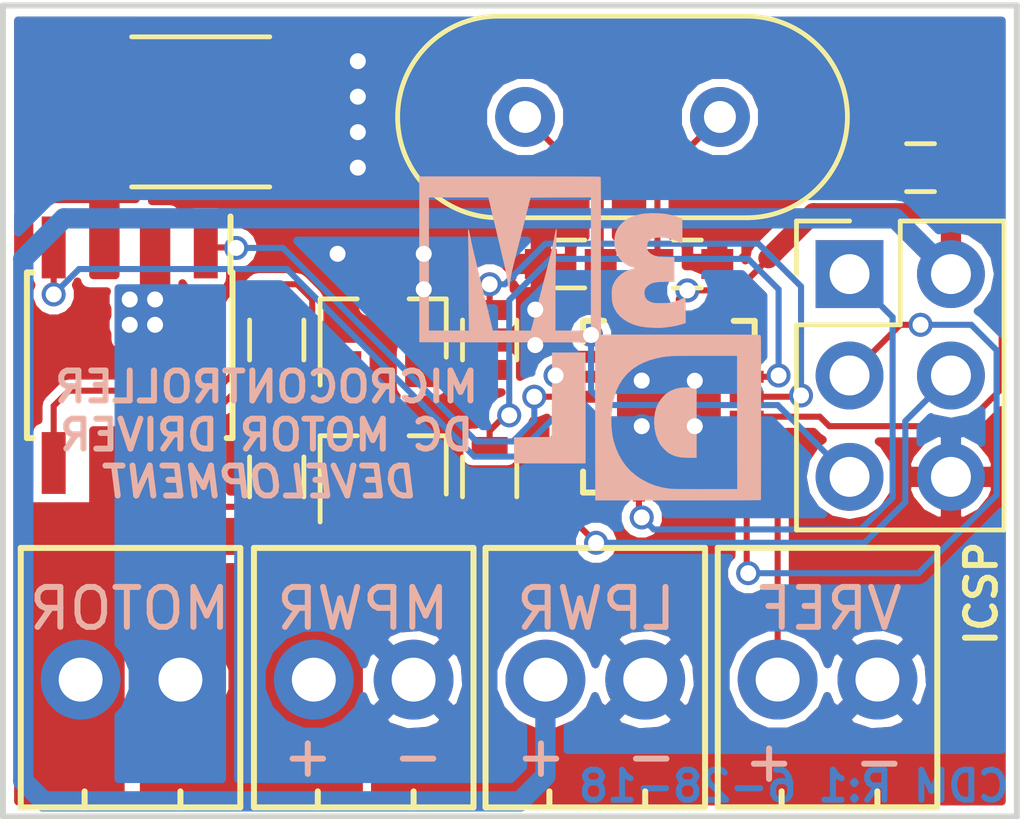
<source format=kicad_pcb>
(kicad_pcb (version 4) (host pcbnew 4.0.5+dfsg1-4)

  (general
    (links 60)
    (no_connects 0)
    (area 161.841 90.95 188.779001 112.978001)
    (thickness 1.6)
    (drawings 15)
    (tracks 163)
    (zones 0)
    (modules 36)
    (nets 22)
  )

  (page A4)
  (layers
    (0 F.Cu signal)
    (31 B.Cu signal)
    (32 B.Adhes user)
    (33 F.Adhes user)
    (34 B.Paste user)
    (35 F.Paste user)
    (36 B.SilkS user)
    (37 F.SilkS user)
    (38 B.Mask user)
    (39 F.Mask user)
    (40 Dwgs.User user)
    (41 Cmts.User user)
    (42 Eco1.User user)
    (43 Eco2.User user)
    (44 Edge.Cuts user)
    (45 Margin user)
    (46 B.CrtYd user)
    (47 F.CrtYd user)
    (48 B.Fab user hide)
    (49 F.Fab user hide)
  )

  (setup
    (last_trace_width 0.1524)
    (user_trace_width 0.1524)
    (user_trace_width 0.508)
    (trace_clearance 0.127)
    (zone_clearance 0.2032)
    (zone_45_only no)
    (trace_min 0.1524)
    (segment_width 0.2)
    (edge_width 0.15)
    (via_size 0.6)
    (via_drill 0.4)
    (via_min_size 0.4)
    (via_min_drill 0.3)
    (uvia_size 0.3)
    (uvia_drill 0.1)
    (uvias_allowed no)
    (uvia_min_size 0)
    (uvia_min_drill 0)
    (pcb_text_width 0.3)
    (pcb_text_size 1.5 1.5)
    (mod_edge_width 0.15)
    (mod_text_size 1 1)
    (mod_text_width 0.15)
    (pad_size 1.6 3.5)
    (pad_drill 0)
    (pad_to_mask_clearance 0.0508)
    (aux_axis_origin 0 0)
    (visible_elements FFFFFF7F)
    (pcbplotparams
      (layerselection 0x00030_80000001)
      (usegerberextensions false)
      (excludeedgelayer true)
      (linewidth 0.100000)
      (plotframeref false)
      (viasonmask false)
      (mode 1)
      (useauxorigin false)
      (hpglpennumber 1)
      (hpglpenspeed 20)
      (hpglpendiameter 15)
      (hpglpenoverlay 2)
      (psnegative false)
      (psa4output false)
      (plotreference true)
      (plotvalue true)
      (plotinvisibletext false)
      (padsonsilk false)
      (subtractmaskfromsilk false)
      (outputformat 1)
      (mirror false)
      (drillshape 1)
      (scaleselection 1)
      (outputdirectory ""))
  )

  (net 0 "")
  (net 1 GND)
  (net 2 VCC)
  (net 3 "Net-(C2-Pad2)")
  (net 4 "Net-(C3-Pad2)")
  (net 5 SCK)
  (net 6 VREF)
  (net 7 FEEDBACK)
  (net 8 P2G)
  (net 9 P1G)
  (net 10 RST)
  (net 11 N2G)
  (net 12 N1G)
  (net 13 MOSI)
  (net 14 MISO)
  (net 15 OUT_A)
  (net 16 OUT_B)
  (net 17 VAA)
  (net 18 "Net-(Q1-Pad5)")
  (net 19 "Net-(Q1-Pad8)")
  (net 20 "Net-(Q3-Pad2)")
  (net 21 "Net-(Q2-Pad2)")

  (net_class Default "This is the default net class."
    (clearance 0.127)
    (trace_width 0.1524)
    (via_dia 0.6)
    (via_drill 0.4)
    (uvia_dia 0.3)
    (uvia_drill 0.1)
    (add_net FEEDBACK)
    (add_net GND)
    (add_net MISO)
    (add_net MOSI)
    (add_net N1G)
    (add_net N2G)
    (add_net "Net-(C2-Pad2)")
    (add_net "Net-(C3-Pad2)")
    (add_net "Net-(Q1-Pad5)")
    (add_net "Net-(Q1-Pad8)")
    (add_net "Net-(Q2-Pad2)")
    (add_net "Net-(Q3-Pad2)")
    (add_net OUT_A)
    (add_net OUT_B)
    (add_net P1G)
    (add_net P2G)
    (add_net RST)
    (add_net SCK)
    (add_net VAA)
    (add_net VCC)
    (add_net VREF)
  )

  (module "MOD:GND VIA" (layer F.Cu) (tedit 5B350F46) (tstamp 5B351186)
    (at 179.07 101.854)
    (fp_text reference "" (at 0 0) (layer F.SilkS)
      (effects (font (thickness 0.15)))
    )
    (fp_text value "" (at 0 0) (layer F.SilkS)
      (effects (font (thickness 0.15)))
    )
    (pad 1 thru_hole circle (at 0 1.27) (size 0.6 0.6) (drill 0.4) (layers *.Cu)
      (net 1 GND) (zone_connect 2))
  )

  (module "MOD:GND VIA" (layer F.Cu) (tedit 5B350F46) (tstamp 5B351113)
    (at 179.07 100.711)
    (fp_text reference "" (at 0 0) (layer F.SilkS)
      (effects (font (thickness 0.15)))
    )
    (fp_text value "" (at 0 0) (layer F.SilkS)
      (effects (font (thickness 0.15)))
    )
    (pad 1 thru_hole circle (at 0 1.27) (size 0.6 0.6) (drill 0.4) (layers *.Cu)
      (net 1 GND) (zone_connect 2))
  )

  (module "MOD:GND VIA" (layer F.Cu) (tedit 5B350F46) (tstamp 5B35110F)
    (at 180.4 101.854)
    (fp_text reference "" (at 0 0) (layer F.SilkS)
      (effects (font (thickness 0.15)))
    )
    (fp_text value "" (at 0 0) (layer F.SilkS)
      (effects (font (thickness 0.15)))
    )
    (pad 1 thru_hole circle (at 0 1.27) (size 0.6 0.6) (drill 0.4) (layers *.Cu)
      (net 1 GND) (zone_connect 2))
  )

  (module "MOD:GND VIA" (layer F.Cu) (tedit 5B350F46) (tstamp 5B35110B)
    (at 180.4 100.716001)
    (fp_text reference "" (at 0 0) (layer F.SilkS)
      (effects (font (thickness 0.15)))
    )
    (fp_text value "" (at 0 0) (layer F.SilkS)
      (effects (font (thickness 0.15)))
    )
    (pad 1 thru_hole circle (at 0 1.27) (size 0.6 0.6) (drill 0.4) (layers *.Cu)
      (net 1 GND) (zone_connect 2))
  )

  (module "MOD:GND VIA" (layer F.Cu) (tedit 5B350F46) (tstamp 5B351107)
    (at 176.403 99.822)
    (fp_text reference "" (at 0 0) (layer F.SilkS)
      (effects (font (thickness 0.15)))
    )
    (fp_text value "" (at 0 0) (layer F.SilkS)
      (effects (font (thickness 0.15)))
    )
    (pad 1 thru_hole circle (at 0 1.27) (size 0.6 0.6) (drill 0.4) (layers *.Cu)
      (net 1 GND) (zone_connect 2))
  )

  (module "MOD:GND VIA" (layer F.Cu) (tedit 5B350F46) (tstamp 5B351102)
    (at 176.403 98.933)
    (fp_text reference "" (at 0 0) (layer F.SilkS)
      (effects (font (thickness 0.15)))
    )
    (fp_text value "" (at 0 0) (layer F.SilkS)
      (effects (font (thickness 0.15)))
    )
    (pad 1 thru_hole circle (at 0 1.27) (size 0.6 0.6) (drill 0.4) (layers *.Cu)
      (net 1 GND) (zone_connect 2))
  )

  (module "MOD:GND VIA" (layer F.Cu) (tedit 5B350F46) (tstamp 5B3510F9)
    (at 173.609 98.425)
    (fp_text reference "" (at 0 0) (layer F.SilkS)
      (effects (font (thickness 0.15)))
    )
    (fp_text value "" (at 0 0) (layer F.SilkS)
      (effects (font (thickness 0.15)))
    )
    (pad 1 thru_hole circle (at 0 1.27) (size 0.6 0.6) (drill 0.4) (layers *.Cu)
      (net 1 GND) (zone_connect 2))
  )

  (module "MOD:GND VIA" (layer F.Cu) (tedit 5B350F46) (tstamp 5B3510F5)
    (at 173.609 97.536)
    (fp_text reference "" (at 0 0) (layer F.SilkS)
      (effects (font (thickness 0.15)))
    )
    (fp_text value "" (at 0 0) (layer F.SilkS)
      (effects (font (thickness 0.15)))
    )
    (pad 1 thru_hole circle (at 0 1.27) (size 0.6 0.6) (drill 0.4) (layers *.Cu)
      (net 1 GND) (zone_connect 2))
  )

  (module "MOD:GND VIA" (layer F.Cu) (tedit 5B350F46) (tstamp 5B3510D9)
    (at 171.958 95.377)
    (fp_text reference "" (at 0 0) (layer F.SilkS)
      (effects (font (thickness 0.15)))
    )
    (fp_text value "" (at 0 0) (layer F.SilkS)
      (effects (font (thickness 0.15)))
    )
    (pad 1 thru_hole circle (at 0 1.27) (size 0.6 0.6) (drill 0.4) (layers *.Cu)
      (net 1 GND) (zone_connect 2))
  )

  (module "MOD:GND VIA" (layer F.Cu) (tedit 5B350F46) (tstamp 5B3510D5)
    (at 171.958 94.488)
    (fp_text reference "" (at 0 0) (layer F.SilkS)
      (effects (font (thickness 0.15)))
    )
    (fp_text value "" (at 0 0) (layer F.SilkS)
      (effects (font (thickness 0.15)))
    )
    (pad 1 thru_hole circle (at 0 1.27) (size 0.6 0.6) (drill 0.4) (layers *.Cu)
      (net 1 GND) (zone_connect 2))
  )

  (module "MOD:GND VIA" (layer F.Cu) (tedit 5B350F46) (tstamp 5B3510D1)
    (at 171.958 93.599)
    (fp_text reference "" (at 0 0) (layer F.SilkS)
      (effects (font (thickness 0.15)))
    )
    (fp_text value "" (at 0 0) (layer F.SilkS)
      (effects (font (thickness 0.15)))
    )
    (pad 1 thru_hole circle (at 0 1.27) (size 0.6 0.6) (drill 0.4) (layers *.Cu)
      (net 1 GND) (zone_connect 2))
  )

  (module "MOD:GND VIA" (layer F.Cu) (tedit 5B350F46) (tstamp 5B3510CC)
    (at 171.958 92.71)
    (fp_text reference "" (at 0 0) (layer F.SilkS)
      (effects (font (thickness 0.15)))
    )
    (fp_text value "" (at 0 0) (layer F.SilkS)
      (effects (font (thickness 0.15)))
    )
    (pad 1 thru_hole circle (at 0 1.27) (size 0.6 0.6) (drill 0.4) (layers *.Cu)
      (net 1 GND) (zone_connect 2))
  )

  (module "MOD:GND VIA" (layer F.Cu) (tedit 5B3503BC) (tstamp 5B3503CB)
    (at 166.243 98.679)
    (fp_text reference "" (at 0 0) (layer F.SilkS)
      (effects (font (thickness 0.15)))
    )
    (fp_text value "" (at 0 0) (layer F.SilkS)
      (effects (font (thickness 0.15)))
    )
    (pad 1 thru_hole circle (at 0 1.27) (size 0.6 0.6) (drill 0.4) (layers *.Cu)
      (net 16 OUT_B) (zone_connect 2))
  )

  (module "MOD:GND VIA" (layer F.Cu) (tedit 5B3503BC) (tstamp 5B3503C7)
    (at 166.243 99.314)
    (fp_text reference "" (at 0 0) (layer F.SilkS)
      (effects (font (thickness 0.15)))
    )
    (fp_text value "" (at 0 0) (layer F.SilkS)
      (effects (font (thickness 0.15)))
    )
    (pad 1 thru_hole circle (at 0 1.27) (size 0.6 0.6) (drill 0.4) (layers *.Cu)
      (net 16 OUT_B) (zone_connect 2))
  )

  (module "MOD:GND VIA" (layer F.Cu) (tedit 5B3503BC) (tstamp 5B3503C3)
    (at 166.878 99.314)
    (fp_text reference "" (at 0 0) (layer F.SilkS)
      (effects (font (thickness 0.15)))
    )
    (fp_text value "" (at 0 0) (layer F.SilkS)
      (effects (font (thickness 0.15)))
    )
    (pad 1 thru_hole circle (at 0 1.27) (size 0.6 0.6) (drill 0.4) (layers *.Cu)
      (net 16 OUT_B) (zone_connect 2))
  )

  (module Capacitors_SMD:C_0603 (layer F.Cu) (tedit 5B34FCC1) (tstamp 5B34FC18)
    (at 186.055 96.647 180)
    (descr "Capacitor SMD 0603, reflow soldering, AVX (see smccp.pdf)")
    (tags "capacitor 0603")
    (path /5B2271D5)
    (attr smd)
    (fp_text reference C1 (at 0 -1.5 180) (layer F.SilkS) hide
      (effects (font (size 1 1) (thickness 0.15)))
    )
    (fp_text value 0.1uF (at 0 1.5 180) (layer F.Fab)
      (effects (font (size 1 1) (thickness 0.15)))
    )
    (fp_line (start 1.4 0.65) (end -1.4 0.65) (layer F.CrtYd) (width 0.05))
    (fp_line (start 1.4 0.65) (end 1.4 -0.65) (layer F.CrtYd) (width 0.05))
    (fp_line (start -1.4 -0.65) (end -1.4 0.65) (layer F.CrtYd) (width 0.05))
    (fp_line (start -1.4 -0.65) (end 1.4 -0.65) (layer F.CrtYd) (width 0.05))
    (fp_line (start 0.35 0.6) (end -0.35 0.6) (layer F.SilkS) (width 0.12))
    (fp_line (start -0.35 -0.6) (end 0.35 -0.6) (layer F.SilkS) (width 0.12))
    (fp_line (start -0.8 -0.4) (end 0.8 -0.4) (layer F.Fab) (width 0.1))
    (fp_line (start 0.8 -0.4) (end 0.8 0.4) (layer F.Fab) (width 0.1))
    (fp_line (start 0.8 0.4) (end -0.8 0.4) (layer F.Fab) (width 0.1))
    (fp_line (start -0.8 0.4) (end -0.8 -0.4) (layer F.Fab) (width 0.1))
    (fp_text user %R (at 0 0 180) (layer F.Fab)
      (effects (font (size 0.3 0.3) (thickness 0.075)))
    )
    (pad 2 smd rect (at 0.75 0 180) (size 0.8 0.75) (layers F.Cu F.Paste F.Mask)
      (net 1 GND))
    (pad 1 smd rect (at -0.75 0 180) (size 0.8 0.75) (layers F.Cu F.Paste F.Mask)
      (net 2 VCC))
    (model Capacitors_SMD.3dshapes/C_0603.wrl
      (at (xyz 0 0 0))
      (scale (xyz 1 1 1))
      (rotate (xyz 0 0 0))
    )
  )

  (module Capacitors_SMD:C_0603 (layer F.Cu) (tedit 5B34FCC4) (tstamp 5B34FC1E)
    (at 180.213 99.06 180)
    (descr "Capacitor SMD 0603, reflow soldering, AVX (see smccp.pdf)")
    (tags "capacitor 0603")
    (path /5B22816B)
    (attr smd)
    (fp_text reference C2 (at 0 -1.5 180) (layer F.SilkS) hide
      (effects (font (size 1 1) (thickness 0.15)))
    )
    (fp_text value 22pF (at 0 1.5 180) (layer F.Fab)
      (effects (font (size 1 1) (thickness 0.15)))
    )
    (fp_line (start 1.4 0.65) (end -1.4 0.65) (layer F.CrtYd) (width 0.05))
    (fp_line (start 1.4 0.65) (end 1.4 -0.65) (layer F.CrtYd) (width 0.05))
    (fp_line (start -1.4 -0.65) (end -1.4 0.65) (layer F.CrtYd) (width 0.05))
    (fp_line (start -1.4 -0.65) (end 1.4 -0.65) (layer F.CrtYd) (width 0.05))
    (fp_line (start 0.35 0.6) (end -0.35 0.6) (layer F.SilkS) (width 0.12))
    (fp_line (start -0.35 -0.6) (end 0.35 -0.6) (layer F.SilkS) (width 0.12))
    (fp_line (start -0.8 -0.4) (end 0.8 -0.4) (layer F.Fab) (width 0.1))
    (fp_line (start 0.8 -0.4) (end 0.8 0.4) (layer F.Fab) (width 0.1))
    (fp_line (start 0.8 0.4) (end -0.8 0.4) (layer F.Fab) (width 0.1))
    (fp_line (start -0.8 0.4) (end -0.8 -0.4) (layer F.Fab) (width 0.1))
    (fp_text user %R (at 0 0 180) (layer F.Fab)
      (effects (font (size 0.3 0.3) (thickness 0.075)))
    )
    (pad 2 smd rect (at 0.75 0 180) (size 0.8 0.75) (layers F.Cu F.Paste F.Mask)
      (net 3 "Net-(C2-Pad2)"))
    (pad 1 smd rect (at -0.75 0 180) (size 0.8 0.75) (layers F.Cu F.Paste F.Mask)
      (net 1 GND))
    (model Capacitors_SMD.3dshapes/C_0603.wrl
      (at (xyz 0 0 0))
      (scale (xyz 1 1 1))
      (rotate (xyz 0 0 0))
    )
  )

  (module Capacitors_SMD:C_0603 (layer F.Cu) (tedit 5B34FCD3) (tstamp 5B34FC24)
    (at 177.292 99.06)
    (descr "Capacitor SMD 0603, reflow soldering, AVX (see smccp.pdf)")
    (tags "capacitor 0603")
    (path /5B228207)
    (attr smd)
    (fp_text reference C3 (at 0 -1.5) (layer F.SilkS) hide
      (effects (font (size 1 1) (thickness 0.15)))
    )
    (fp_text value 22pF (at 0 1.5) (layer F.Fab)
      (effects (font (size 1 1) (thickness 0.15)))
    )
    (fp_line (start 1.4 0.65) (end -1.4 0.65) (layer F.CrtYd) (width 0.05))
    (fp_line (start 1.4 0.65) (end 1.4 -0.65) (layer F.CrtYd) (width 0.05))
    (fp_line (start -1.4 -0.65) (end -1.4 0.65) (layer F.CrtYd) (width 0.05))
    (fp_line (start -1.4 -0.65) (end 1.4 -0.65) (layer F.CrtYd) (width 0.05))
    (fp_line (start 0.35 0.6) (end -0.35 0.6) (layer F.SilkS) (width 0.12))
    (fp_line (start -0.35 -0.6) (end 0.35 -0.6) (layer F.SilkS) (width 0.12))
    (fp_line (start -0.8 -0.4) (end 0.8 -0.4) (layer F.Fab) (width 0.1))
    (fp_line (start 0.8 -0.4) (end 0.8 0.4) (layer F.Fab) (width 0.1))
    (fp_line (start 0.8 0.4) (end -0.8 0.4) (layer F.Fab) (width 0.1))
    (fp_line (start -0.8 0.4) (end -0.8 -0.4) (layer F.Fab) (width 0.1))
    (fp_text user %R (at 0 0) (layer F.Fab)
      (effects (font (size 0.3 0.3) (thickness 0.075)))
    )
    (pad 2 smd rect (at 0.75 0) (size 0.8 0.75) (layers F.Cu F.Paste F.Mask)
      (net 4 "Net-(C3-Pad2)"))
    (pad 1 smd rect (at -0.75 0) (size 0.8 0.75) (layers F.Cu F.Paste F.Mask)
      (net 1 GND))
    (model Capacitors_SMD.3dshapes/C_0603.wrl
      (at (xyz 0 0 0))
      (scale (xyz 1 1 1))
      (rotate (xyz 0 0 0))
    )
  )

  (module Housings_DFN_QFN:QFN-24-1EP_4x4mm_Pitch0.5mm (layer F.Cu) (tedit 5B350CC1) (tstamp 5B34FC44)
    (at 179.75 102.636001 180)
    (descr "24-Lead Plastic Quad Flat, No Lead Package (MJ) - 4x4x0.9 mm Body [QFN]; (see Microchip Packaging Specification 00000049BS.pdf)")
    (tags "QFN 0.5")
    (path /5B226B21)
    (attr smd)
    (fp_text reference IC1 (at 0 -3.375 180) (layer F.SilkS) hide
      (effects (font (size 1 1) (thickness 0.15)))
    )
    (fp_text value ATTINY24A-M (at 0 3.375 180) (layer F.Fab)
      (effects (font (size 1 1) (thickness 0.15)))
    )
    (fp_line (start -1 -2) (end 2 -2) (layer F.Fab) (width 0.15))
    (fp_line (start 2 -2) (end 2 2) (layer F.Fab) (width 0.15))
    (fp_line (start 2 2) (end -2 2) (layer F.Fab) (width 0.15))
    (fp_line (start -2 2) (end -2 -1) (layer F.Fab) (width 0.15))
    (fp_line (start -2 -1) (end -1 -2) (layer F.Fab) (width 0.15))
    (fp_line (start -2.65 -2.65) (end -2.65 2.65) (layer F.CrtYd) (width 0.05))
    (fp_line (start 2.65 -2.65) (end 2.65 2.65) (layer F.CrtYd) (width 0.05))
    (fp_line (start -2.65 -2.65) (end 2.65 -2.65) (layer F.CrtYd) (width 0.05))
    (fp_line (start -2.65 2.65) (end 2.65 2.65) (layer F.CrtYd) (width 0.05))
    (fp_line (start 2.15 -2.15) (end 2.15 -1.625) (layer F.SilkS) (width 0.15))
    (fp_line (start -2.15 2.15) (end -2.15 1.625) (layer F.SilkS) (width 0.15))
    (fp_line (start 2.15 2.15) (end 2.15 1.625) (layer F.SilkS) (width 0.15))
    (fp_line (start -2.15 -2.15) (end -1.625 -2.15) (layer F.SilkS) (width 0.15))
    (fp_line (start -2.15 2.15) (end -1.625 2.15) (layer F.SilkS) (width 0.15))
    (fp_line (start 2.15 2.15) (end 1.625 2.15) (layer F.SilkS) (width 0.15))
    (fp_line (start 2.15 -2.15) (end 1.625 -2.15) (layer F.SilkS) (width 0.15))
    (pad 1 smd rect (at -1.95 -1.25 180) (size 0.85 0.3) (layers F.Cu F.Paste F.Mask)
      (net 5 SCK))
    (pad 2 smd rect (at -1.95 -0.75 180) (size 0.85 0.3) (layers F.Cu F.Paste F.Mask)
      (net 6 VREF))
    (pad 3 smd rect (at -1.95 -0.25 180) (size 0.85 0.3) (layers F.Cu F.Paste F.Mask)
      (net 7 FEEDBACK))
    (pad 4 smd rect (at -1.95 0.25 180) (size 0.85 0.3) (layers F.Cu F.Paste F.Mask)
      (net 8 P2G))
    (pad 5 smd rect (at -1.95 0.75 180) (size 0.85 0.3) (layers F.Cu F.Paste F.Mask)
      (net 9 P1G))
    (pad 6 smd rect (at -1.95 1.25 180) (size 0.85 0.3) (layers F.Cu F.Paste F.Mask))
    (pad 7 smd rect (at -1.25 1.95 270) (size 0.85 0.3) (layers F.Cu F.Paste F.Mask))
    (pad 8 smd rect (at -0.75 1.95 270) (size 0.85 0.3) (layers F.Cu F.Paste F.Mask)
      (net 1 GND))
    (pad 9 smd rect (at -0.25 1.95 270) (size 0.85 0.3) (layers F.Cu F.Paste F.Mask)
      (net 2 VCC))
    (pad 10 smd rect (at 0.25 1.95 270) (size 0.85 0.3) (layers F.Cu F.Paste F.Mask))
    (pad 11 smd rect (at 0.75 1.95 270) (size 0.85 0.3) (layers F.Cu F.Paste F.Mask)
      (net 3 "Net-(C2-Pad2)"))
    (pad 12 smd rect (at 1.25 1.95 270) (size 0.85 0.3) (layers F.Cu F.Paste F.Mask)
      (net 4 "Net-(C3-Pad2)"))
    (pad 13 smd rect (at 1.95 1.25 180) (size 0.85 0.3) (layers F.Cu F.Paste F.Mask)
      (net 10 RST))
    (pad 14 smd rect (at 1.95 0.75 180) (size 0.85 0.3) (layers F.Cu F.Paste F.Mask)
      (net 11 N2G))
    (pad 15 smd rect (at 1.95 0.25 180) (size 0.85 0.3) (layers F.Cu F.Paste F.Mask)
      (net 12 N1G))
    (pad 16 smd rect (at 1.95 -0.25 180) (size 0.85 0.3) (layers F.Cu F.Paste F.Mask)
      (net 13 MOSI))
    (pad 17 smd rect (at 1.95 -0.75 180) (size 0.85 0.3) (layers F.Cu F.Paste F.Mask))
    (pad 18 smd rect (at 1.95 -1.25 180) (size 0.85 0.3) (layers F.Cu F.Paste F.Mask))
    (pad 19 smd rect (at 1.25 -1.95 270) (size 0.85 0.3) (layers F.Cu F.Paste F.Mask))
    (pad 20 smd rect (at 0.75 -1.95 270) (size 0.85 0.3) (layers F.Cu F.Paste F.Mask)
      (net 14 MISO))
    (pad 21 smd rect (at 0.25 -1.95 270) (size 0.85 0.3) (layers F.Cu F.Paste F.Mask))
    (pad 22 smd rect (at -0.25 -1.95 270) (size 0.85 0.3) (layers F.Cu F.Paste F.Mask))
    (pad 23 smd rect (at -0.75 -1.95 270) (size 0.85 0.3) (layers F.Cu F.Paste F.Mask))
    (pad 24 smd rect (at -1.25 -1.95 270) (size 0.85 0.3) (layers F.Cu F.Paste F.Mask))
    (pad 8 smd rect (at 0.65 0.65 180) (size 1.3 1.3) (layers F.Cu F.Paste F.Mask)
      (net 1 GND) (solder_paste_margin_ratio -0.2))
    (pad 8 smd rect (at 0.65 -0.65 180) (size 1.3 1.3) (layers F.Cu F.Paste F.Mask)
      (net 1 GND) (solder_paste_margin_ratio -0.2))
    (pad 8 smd rect (at -0.65 0.65 180) (size 1.3 1.3) (layers F.Cu F.Paste F.Mask)
      (net 1 GND) (solder_paste_margin_ratio -0.2))
    (pad 8 smd rect (at -0.65 -0.65 180) (size 1.3 1.3) (layers F.Cu F.Paste F.Mask)
      (net 1 GND) (solder_paste_margin_ratio -0.2))
    (model ${KISYS3DMOD}/Housings_DFN_QFN.3dshapes/QFN-24-1EP_4x4mm_Pitch0.5mm.wrl
      (at (xyz 0 0 0))
      (scale (xyz 1 1 1))
      (rotate (xyz 0 0 0))
    )
  )

  (module MOD:100MIL_ST (layer F.Cu) (tedit 5B350555) (tstamp 5B34FC4A)
    (at 163.513 106.174)
    (path /5B227973)
    (fp_text reference P1 (at 1.6 2.54) (layer F.SilkS) hide
      (effects (font (size 1 1) (thickness 0.15)))
    )
    (fp_text value MOTOR (at 1.6 5.08) (layer F.Fab)
      (effects (font (size 1 1) (thickness 0.15)))
    )
    (fp_line (start 4 6.5) (end 4 6.1) (layer F.SilkS) (width 0.15))
    (fp_line (start 0 0) (end 5.5 0) (layer F.SilkS) (width 0.15))
    (fp_line (start 5.5 0) (end 5.5 6.5) (layer F.SilkS) (width 0.15))
    (fp_line (start 0 0) (end 0 6.5) (layer F.SilkS) (width 0.15))
    (fp_line (start 0 6.5) (end 5.5 6.5) (layer F.SilkS) (width 0.15))
    (fp_line (start 1.6 6.5) (end 1.6 6.1) (layer F.SilkS) (width 0.15))
    (pad 1 thru_hole circle (at 1.5 3.3) (size 2 2) (drill 1.1) (layers *.Cu *.Mask)
      (net 15 OUT_A) (zone_connect 2))
    (pad 2 thru_hole circle (at 4 3.3) (size 2 2) (drill 1.1) (layers *.Cu *.Mask)
      (net 16 OUT_B) (zone_connect 2))
  )

  (module MOD:100MIL_ST (layer F.Cu) (tedit 5B0CA95B) (tstamp 5B34FC50)
    (at 180.975 106.172)
    (path /5B229344)
    (fp_text reference P2 (at 1.6 2.54) (layer F.SilkS) hide
      (effects (font (size 1 1) (thickness 0.15)))
    )
    (fp_text value VREF (at 1.6 5.08) (layer F.Fab)
      (effects (font (size 1 1) (thickness 0.15)))
    )
    (fp_line (start 4 6.5) (end 4 6.1) (layer F.SilkS) (width 0.15))
    (fp_line (start 0 0) (end 5.5 0) (layer F.SilkS) (width 0.15))
    (fp_line (start 5.5 0) (end 5.5 6.5) (layer F.SilkS) (width 0.15))
    (fp_line (start 0 0) (end 0 6.5) (layer F.SilkS) (width 0.15))
    (fp_line (start 0 6.5) (end 5.5 6.5) (layer F.SilkS) (width 0.15))
    (fp_line (start 1.6 6.5) (end 1.6 6.1) (layer F.SilkS) (width 0.15))
    (pad 1 thru_hole circle (at 1.5 3.3) (size 2 2) (drill 1.1) (layers *.Cu *.Mask)
      (net 6 VREF))
    (pad 2 thru_hole circle (at 4 3.3) (size 2 2) (drill 1.1) (layers *.Cu *.Mask)
      (net 1 GND))
  )

  (module MOD:100MIL_ST (layer F.Cu) (tedit 5B35060D) (tstamp 5B34FC56)
    (at 169.355 106.174)
    (path /5B22968E)
    (fp_text reference P3 (at 1.6 2.54) (layer F.SilkS) hide
      (effects (font (size 1 1) (thickness 0.15)))
    )
    (fp_text value POWER (at 1.6 5.08) (layer F.Fab)
      (effects (font (size 1 1) (thickness 0.15)))
    )
    (fp_line (start 4 6.5) (end 4 6.1) (layer F.SilkS) (width 0.15))
    (fp_line (start 0 0) (end 5.5 0) (layer F.SilkS) (width 0.15))
    (fp_line (start 5.5 0) (end 5.5 6.5) (layer F.SilkS) (width 0.15))
    (fp_line (start 0 0) (end 0 6.5) (layer F.SilkS) (width 0.15))
    (fp_line (start 0 6.5) (end 5.5 6.5) (layer F.SilkS) (width 0.15))
    (fp_line (start 1.6 6.5) (end 1.6 6.1) (layer F.SilkS) (width 0.15))
    (pad 1 thru_hole circle (at 1.5 3.3) (size 2 2) (drill 1.1) (layers *.Cu *.Mask)
      (net 17 VAA) (zone_connect 2))
    (pad 2 thru_hole circle (at 4 3.3) (size 2 2) (drill 1.1) (layers *.Cu *.Mask)
      (net 1 GND))
  )

  (module MOD:100MIL_ST (layer F.Cu) (tedit 5B0CA95B) (tstamp 5B34FC5C)
    (at 175.157 106.174)
    (path /5B229694)
    (fp_text reference P4 (at 1.6 2.54) (layer F.SilkS) hide
      (effects (font (size 1 1) (thickness 0.15)))
    )
    (fp_text value POWER (at 1.6 5.08) (layer F.Fab)
      (effects (font (size 1 1) (thickness 0.15)))
    )
    (fp_line (start 4 6.5) (end 4 6.1) (layer F.SilkS) (width 0.15))
    (fp_line (start 0 0) (end 5.5 0) (layer F.SilkS) (width 0.15))
    (fp_line (start 5.5 0) (end 5.5 6.5) (layer F.SilkS) (width 0.15))
    (fp_line (start 0 0) (end 0 6.5) (layer F.SilkS) (width 0.15))
    (fp_line (start 0 6.5) (end 5.5 6.5) (layer F.SilkS) (width 0.15))
    (fp_line (start 1.6 6.5) (end 1.6 6.1) (layer F.SilkS) (width 0.15))
    (pad 1 thru_hole circle (at 1.5 3.3) (size 2 2) (drill 1.1) (layers *.Cu *.Mask)
      (net 2 VCC))
    (pad 2 thru_hole circle (at 4 3.3) (size 2 2) (drill 1.1) (layers *.Cu *.Mask)
      (net 1 GND))
  )

  (module Pin_Headers:Pin_Header_Straight_2x03_Pitch2.54mm (layer F.Cu) (tedit 5B34FCCC) (tstamp 5B34FC66)
    (at 184.277 99.314)
    (descr "Through hole straight pin header, 2x03, 2.54mm pitch, double rows")
    (tags "Through hole pin header THT 2x03 2.54mm double row")
    (path /5B226CD5)
    (fp_text reference P5 (at 1.27 -2.33) (layer F.SilkS) hide
      (effects (font (size 1 1) (thickness 0.15)))
    )
    (fp_text value ICSP (at 1.27 7.41) (layer F.Fab)
      (effects (font (size 1 1) (thickness 0.15)))
    )
    (fp_line (start 0 -1.27) (end 3.81 -1.27) (layer F.Fab) (width 0.1))
    (fp_line (start 3.81 -1.27) (end 3.81 6.35) (layer F.Fab) (width 0.1))
    (fp_line (start 3.81 6.35) (end -1.27 6.35) (layer F.Fab) (width 0.1))
    (fp_line (start -1.27 6.35) (end -1.27 0) (layer F.Fab) (width 0.1))
    (fp_line (start -1.27 0) (end 0 -1.27) (layer F.Fab) (width 0.1))
    (fp_line (start -1.33 6.41) (end 3.87 6.41) (layer F.SilkS) (width 0.12))
    (fp_line (start -1.33 1.27) (end -1.33 6.41) (layer F.SilkS) (width 0.12))
    (fp_line (start 3.87 -1.33) (end 3.87 6.41) (layer F.SilkS) (width 0.12))
    (fp_line (start -1.33 1.27) (end 1.27 1.27) (layer F.SilkS) (width 0.12))
    (fp_line (start 1.27 1.27) (end 1.27 -1.33) (layer F.SilkS) (width 0.12))
    (fp_line (start 1.27 -1.33) (end 3.87 -1.33) (layer F.SilkS) (width 0.12))
    (fp_line (start -1.33 0) (end -1.33 -1.33) (layer F.SilkS) (width 0.12))
    (fp_line (start -1.33 -1.33) (end 0 -1.33) (layer F.SilkS) (width 0.12))
    (fp_line (start -1.8 -1.8) (end -1.8 6.85) (layer F.CrtYd) (width 0.05))
    (fp_line (start -1.8 6.85) (end 4.35 6.85) (layer F.CrtYd) (width 0.05))
    (fp_line (start 4.35 6.85) (end 4.35 -1.8) (layer F.CrtYd) (width 0.05))
    (fp_line (start 4.35 -1.8) (end -1.8 -1.8) (layer F.CrtYd) (width 0.05))
    (fp_text user %R (at 1.27 2.54 90) (layer F.Fab)
      (effects (font (size 1 1) (thickness 0.15)))
    )
    (pad 1 thru_hole rect (at 0 0) (size 1.7 1.7) (drill 1) (layers *.Cu *.Mask)
      (net 14 MISO))
    (pad 2 thru_hole oval (at 2.54 0) (size 1.7 1.7) (drill 1) (layers *.Cu *.Mask)
      (net 2 VCC))
    (pad 3 thru_hole oval (at 0 2.54) (size 1.7 1.7) (drill 1) (layers *.Cu *.Mask)
      (net 5 SCK))
    (pad 4 thru_hole oval (at 2.54 2.54) (size 1.7 1.7) (drill 1) (layers *.Cu *.Mask)
      (net 13 MOSI))
    (pad 5 thru_hole oval (at 0 5.08) (size 1.7 1.7) (drill 1) (layers *.Cu *.Mask)
      (net 10 RST))
    (pad 6 thru_hole oval (at 2.54 5.08) (size 1.7 1.7) (drill 1) (layers *.Cu *.Mask)
      (net 1 GND))
    (model ${KISYS3DMOD}/Pin_Headers.3dshapes/Pin_Header_Straight_2x03_Pitch2.54mm.wrl
      (at (xyz 0 0 0))
      (scale (xyz 1 1 1))
      (rotate (xyz 0 0 0))
    )
  )

  (module Housings_SOIC:SOIC-8_3.9x4.9mm_Pitch1.27mm (layer F.Cu) (tedit 5B350604) (tstamp 5B34FC72)
    (at 166.243 101.346 270)
    (descr "8-Lead Plastic Small Outline (SN) - Narrow, 3.90 mm Body [SOIC] (see Microchip Packaging Specification 00000049BS.pdf)")
    (tags "SOIC 1.27")
    (path /5B226BE6)
    (attr smd)
    (fp_text reference Q1 (at 0 -3.5 270) (layer F.SilkS) hide
      (effects (font (size 1 1) (thickness 0.15)))
    )
    (fp_text value DMHC3025LSD (at 0 3.5 270) (layer F.Fab)
      (effects (font (size 1 1) (thickness 0.15)))
    )
    (fp_text user %R (at 0 0 270) (layer F.Fab)
      (effects (font (size 1 1) (thickness 0.15)))
    )
    (fp_line (start -0.95 -2.45) (end 1.95 -2.45) (layer F.Fab) (width 0.1))
    (fp_line (start 1.95 -2.45) (end 1.95 2.45) (layer F.Fab) (width 0.1))
    (fp_line (start 1.95 2.45) (end -1.95 2.45) (layer F.Fab) (width 0.1))
    (fp_line (start -1.95 2.45) (end -1.95 -1.45) (layer F.Fab) (width 0.1))
    (fp_line (start -1.95 -1.45) (end -0.95 -2.45) (layer F.Fab) (width 0.1))
    (fp_line (start -3.73 -2.7) (end -3.73 2.7) (layer F.CrtYd) (width 0.05))
    (fp_line (start 3.73 -2.7) (end 3.73 2.7) (layer F.CrtYd) (width 0.05))
    (fp_line (start -3.73 -2.7) (end 3.73 -2.7) (layer F.CrtYd) (width 0.05))
    (fp_line (start -3.73 2.7) (end 3.73 2.7) (layer F.CrtYd) (width 0.05))
    (fp_line (start -2.075 -2.575) (end -2.075 -2.525) (layer F.SilkS) (width 0.15))
    (fp_line (start 2.075 -2.575) (end 2.075 -2.43) (layer F.SilkS) (width 0.15))
    (fp_line (start 2.075 2.575) (end 2.075 2.43) (layer F.SilkS) (width 0.15))
    (fp_line (start -2.075 2.575) (end -2.075 2.43) (layer F.SilkS) (width 0.15))
    (fp_line (start -2.075 -2.575) (end 2.075 -2.575) (layer F.SilkS) (width 0.15))
    (fp_line (start -2.075 2.575) (end 2.075 2.575) (layer F.SilkS) (width 0.15))
    (fp_line (start -2.075 -2.525) (end -3.475 -2.525) (layer F.SilkS) (width 0.15))
    (pad 1 smd rect (at -2.7 -1.905 270) (size 1.55 0.6) (layers F.Cu F.Paste F.Mask)
      (net 12 N1G))
    (pad 2 smd rect (at -2.7 -0.635 270) (size 1.55 0.6) (layers F.Cu F.Paste F.Mask)
      (net 16 OUT_B) (zone_connect 2))
    (pad 3 smd rect (at -2.7 0.635 270) (size 1.55 0.6) (layers F.Cu F.Paste F.Mask)
      (net 7 FEEDBACK) (zone_connect 2))
    (pad 4 smd rect (at -2.7 1.905 270) (size 1.55 0.6) (layers F.Cu F.Paste F.Mask)
      (net 11 N2G))
    (pad 5 smd rect (at 2.7 1.905 270) (size 1.55 0.6) (layers F.Cu F.Paste F.Mask)
      (net 18 "Net-(Q1-Pad5)"))
    (pad 6 smd rect (at 2.7 0.635 270) (size 1.55 0.6) (layers F.Cu F.Paste F.Mask)
      (net 15 OUT_A) (zone_connect 2))
    (pad 7 smd rect (at 2.7 -0.635 270) (size 1.55 0.6) (layers F.Cu F.Paste F.Mask)
      (net 17 VAA) (zone_connect 2))
    (pad 8 smd rect (at 2.7 -1.905 270) (size 1.55 0.6) (layers F.Cu F.Paste F.Mask)
      (net 19 "Net-(Q1-Pad8)"))
    (model ${KISYS3DMOD}/Housings_SOIC.3dshapes/SOIC-8_3.9x4.9mm_Pitch1.27mm.wrl
      (at (xyz 0 0 0))
      (scale (xyz 1 1 1))
      (rotate (xyz 0 0 0))
    )
  )

  (module Resistors_SMD:R_0603 (layer F.Cu) (tedit 5B34FCBF) (tstamp 5B34FC86)
    (at 169.926 104.394 270)
    (descr "Resistor SMD 0603, reflow soldering, Vishay (see dcrcw.pdf)")
    (tags "resistor 0603")
    (path /5B22A297)
    (attr smd)
    (fp_text reference R1 (at 0 -1.45 270) (layer F.SilkS) hide
      (effects (font (size 1 1) (thickness 0.15)))
    )
    (fp_text value 1K (at 0 1.5 270) (layer F.Fab)
      (effects (font (size 1 1) (thickness 0.15)))
    )
    (fp_text user %R (at 0 0 270) (layer F.Fab)
      (effects (font (size 0.4 0.4) (thickness 0.075)))
    )
    (fp_line (start -0.8 0.4) (end -0.8 -0.4) (layer F.Fab) (width 0.1))
    (fp_line (start 0.8 0.4) (end -0.8 0.4) (layer F.Fab) (width 0.1))
    (fp_line (start 0.8 -0.4) (end 0.8 0.4) (layer F.Fab) (width 0.1))
    (fp_line (start -0.8 -0.4) (end 0.8 -0.4) (layer F.Fab) (width 0.1))
    (fp_line (start 0.5 0.68) (end -0.5 0.68) (layer F.SilkS) (width 0.12))
    (fp_line (start -0.5 -0.68) (end 0.5 -0.68) (layer F.SilkS) (width 0.12))
    (fp_line (start -1.25 -0.7) (end 1.25 -0.7) (layer F.CrtYd) (width 0.05))
    (fp_line (start -1.25 -0.7) (end -1.25 0.7) (layer F.CrtYd) (width 0.05))
    (fp_line (start 1.25 0.7) (end 1.25 -0.7) (layer F.CrtYd) (width 0.05))
    (fp_line (start 1.25 0.7) (end -1.25 0.7) (layer F.CrtYd) (width 0.05))
    (pad 1 smd rect (at -0.75 0 270) (size 0.5 0.9) (layers F.Cu F.Paste F.Mask)
      (net 17 VAA))
    (pad 2 smd rect (at 0.75 0 270) (size 0.5 0.9) (layers F.Cu F.Paste F.Mask)
      (net 19 "Net-(Q1-Pad8)"))
    (model ${KISYS3DMOD}/Resistors_SMD.3dshapes/R_0603.wrl
      (at (xyz 0 0 0))
      (scale (xyz 1 1 1))
      (rotate (xyz 0 0 0))
    )
  )

  (module Resistors_SMD:R_1812 (layer F.Cu) (tedit 5B3A157A) (tstamp 5B34FC8C)
    (at 168.021 95.25)
    (descr "Resistor SMD 1812, flow soldering, Panasonic (see ERJ12)")
    (tags "resistor 1812")
    (path /5B2275E6)
    (attr smd)
    (fp_text reference R2 (at 0 -2.72) (layer F.SilkS) hide
      (effects (font (size 1 1) (thickness 0.15)))
    )
    (fp_text value R (at 0 2.85) (layer F.Fab)
      (effects (font (size 1 1) (thickness 0.15)))
    )
    (fp_text user %R (at 0 0) (layer F.Fab)
      (effects (font (size 1 1) (thickness 0.15)))
    )
    (fp_line (start -2.25 1.6) (end -2.25 -1.6) (layer F.Fab) (width 0.1))
    (fp_line (start 2.25 1.6) (end -2.25 1.6) (layer F.Fab) (width 0.1))
    (fp_line (start 2.25 -1.6) (end 2.25 1.6) (layer F.Fab) (width 0.1))
    (fp_line (start -2.25 -1.6) (end 2.25 -1.6) (layer F.Fab) (width 0.1))
    (fp_line (start -1.73 1.88) (end 1.73 1.88) (layer F.SilkS) (width 0.12))
    (fp_line (start -1.73 -1.88) (end 1.73 -1.88) (layer F.SilkS) (width 0.12))
    (fp_line (start -3.49 -2) (end 3.49 -2) (layer F.CrtYd) (width 0.05))
    (fp_line (start -3.49 -2) (end -3.49 2) (layer F.CrtYd) (width 0.05))
    (fp_line (start 3.49 2) (end 3.49 -2) (layer F.CrtYd) (width 0.05))
    (fp_line (start 3.49 2) (end -3.49 2) (layer F.CrtYd) (width 0.05))
    (pad 1 smd rect (at -2.44 0) (size 1.6 3.5) (layers F.Cu F.Paste F.Mask)
      (net 7 FEEDBACK) (zone_connect 2))
    (pad 2 smd rect (at 2.44 0) (size 1.6 3.5) (layers F.Cu F.Paste F.Mask)
      (net 1 GND) (zone_connect 2))
    (model ${KISYS3DMOD}/Resistors_SMD.3dshapes/R_1812.wrl
      (at (xyz 0 0 0))
      (scale (xyz 1 1 1))
      (rotate (xyz 0 0 0))
    )
  )

  (module Resistors_SMD:R_0603 (layer F.Cu) (tedit 5B34FCB6) (tstamp 5B34FC92)
    (at 175.26 104.394 90)
    (descr "Resistor SMD 0603, reflow soldering, Vishay (see dcrcw.pdf)")
    (tags "resistor 0603")
    (path /5B27E314)
    (attr smd)
    (fp_text reference R3 (at 0 -1.45 90) (layer F.SilkS) hide
      (effects (font (size 1 1) (thickness 0.15)))
    )
    (fp_text value 1K (at 0 1.5 90) (layer F.Fab)
      (effects (font (size 1 1) (thickness 0.15)))
    )
    (fp_text user %R (at 0 0 90) (layer F.Fab)
      (effects (font (size 0.4 0.4) (thickness 0.075)))
    )
    (fp_line (start -0.8 0.4) (end -0.8 -0.4) (layer F.Fab) (width 0.1))
    (fp_line (start 0.8 0.4) (end -0.8 0.4) (layer F.Fab) (width 0.1))
    (fp_line (start 0.8 -0.4) (end 0.8 0.4) (layer F.Fab) (width 0.1))
    (fp_line (start -0.8 -0.4) (end 0.8 -0.4) (layer F.Fab) (width 0.1))
    (fp_line (start 0.5 0.68) (end -0.5 0.68) (layer F.SilkS) (width 0.12))
    (fp_line (start -0.5 -0.68) (end 0.5 -0.68) (layer F.SilkS) (width 0.12))
    (fp_line (start -1.25 -0.7) (end 1.25 -0.7) (layer F.CrtYd) (width 0.05))
    (fp_line (start -1.25 -0.7) (end -1.25 0.7) (layer F.CrtYd) (width 0.05))
    (fp_line (start 1.25 0.7) (end 1.25 -0.7) (layer F.CrtYd) (width 0.05))
    (fp_line (start 1.25 0.7) (end -1.25 0.7) (layer F.CrtYd) (width 0.05))
    (pad 1 smd rect (at -0.75 0 90) (size 0.5 0.9) (layers F.Cu F.Paste F.Mask)
      (net 21 "Net-(Q2-Pad2)"))
    (pad 2 smd rect (at 0.75 0 90) (size 0.5 0.9) (layers F.Cu F.Paste F.Mask)
      (net 9 P1G))
    (model ${KISYS3DMOD}/Resistors_SMD.3dshapes/R_0603.wrl
      (at (xyz 0 0 0))
      (scale (xyz 1 1 1))
      (rotate (xyz 0 0 0))
    )
  )

  (module Resistors_SMD:R_0603 (layer F.Cu) (tedit 5B34FCBC) (tstamp 5B34FC98)
    (at 175.26 100.965 90)
    (descr "Resistor SMD 0603, reflow soldering, Vishay (see dcrcw.pdf)")
    (tags "resistor 0603")
    (path /5B27E8AA)
    (attr smd)
    (fp_text reference R4 (at 0 -1.45 90) (layer F.SilkS) hide
      (effects (font (size 1 1) (thickness 0.15)))
    )
    (fp_text value 1K (at 0 1.5 90) (layer F.Fab)
      (effects (font (size 1 1) (thickness 0.15)))
    )
    (fp_text user %R (at 0 0 90) (layer F.Fab)
      (effects (font (size 0.4 0.4) (thickness 0.075)))
    )
    (fp_line (start -0.8 0.4) (end -0.8 -0.4) (layer F.Fab) (width 0.1))
    (fp_line (start 0.8 0.4) (end -0.8 0.4) (layer F.Fab) (width 0.1))
    (fp_line (start 0.8 -0.4) (end 0.8 0.4) (layer F.Fab) (width 0.1))
    (fp_line (start -0.8 -0.4) (end 0.8 -0.4) (layer F.Fab) (width 0.1))
    (fp_line (start 0.5 0.68) (end -0.5 0.68) (layer F.SilkS) (width 0.12))
    (fp_line (start -0.5 -0.68) (end 0.5 -0.68) (layer F.SilkS) (width 0.12))
    (fp_line (start -1.25 -0.7) (end 1.25 -0.7) (layer F.CrtYd) (width 0.05))
    (fp_line (start -1.25 -0.7) (end -1.25 0.7) (layer F.CrtYd) (width 0.05))
    (fp_line (start 1.25 0.7) (end 1.25 -0.7) (layer F.CrtYd) (width 0.05))
    (fp_line (start 1.25 0.7) (end -1.25 0.7) (layer F.CrtYd) (width 0.05))
    (pad 1 smd rect (at -0.75 0 90) (size 0.5 0.9) (layers F.Cu F.Paste F.Mask)
      (net 20 "Net-(Q3-Pad2)"))
    (pad 2 smd rect (at 0.75 0 90) (size 0.5 0.9) (layers F.Cu F.Paste F.Mask)
      (net 8 P2G))
    (model ${KISYS3DMOD}/Resistors_SMD.3dshapes/R_0603.wrl
      (at (xyz 0 0 0))
      (scale (xyz 1 1 1))
      (rotate (xyz 0 0 0))
    )
  )

  (module Resistors_SMD:R_0603 (layer F.Cu) (tedit 5B34FCB9) (tstamp 5B34FC9E)
    (at 169.926 100.965 270)
    (descr "Resistor SMD 0603, reflow soldering, Vishay (see dcrcw.pdf)")
    (tags "resistor 0603")
    (path /5B27E898)
    (attr smd)
    (fp_text reference R5 (at 0 -1.45 270) (layer F.SilkS) hide
      (effects (font (size 1 1) (thickness 0.15)))
    )
    (fp_text value 1K (at 0 1.5 270) (layer F.Fab)
      (effects (font (size 1 1) (thickness 0.15)))
    )
    (fp_text user %R (at 0 0 270) (layer F.Fab)
      (effects (font (size 0.4 0.4) (thickness 0.075)))
    )
    (fp_line (start -0.8 0.4) (end -0.8 -0.4) (layer F.Fab) (width 0.1))
    (fp_line (start 0.8 0.4) (end -0.8 0.4) (layer F.Fab) (width 0.1))
    (fp_line (start 0.8 -0.4) (end 0.8 0.4) (layer F.Fab) (width 0.1))
    (fp_line (start -0.8 -0.4) (end 0.8 -0.4) (layer F.Fab) (width 0.1))
    (fp_line (start 0.5 0.68) (end -0.5 0.68) (layer F.SilkS) (width 0.12))
    (fp_line (start -0.5 -0.68) (end 0.5 -0.68) (layer F.SilkS) (width 0.12))
    (fp_line (start -1.25 -0.7) (end 1.25 -0.7) (layer F.CrtYd) (width 0.05))
    (fp_line (start -1.25 -0.7) (end -1.25 0.7) (layer F.CrtYd) (width 0.05))
    (fp_line (start 1.25 0.7) (end 1.25 -0.7) (layer F.CrtYd) (width 0.05))
    (fp_line (start 1.25 0.7) (end -1.25 0.7) (layer F.CrtYd) (width 0.05))
    (pad 1 smd rect (at -0.75 0 270) (size 0.5 0.9) (layers F.Cu F.Paste F.Mask)
      (net 17 VAA))
    (pad 2 smd rect (at 0.75 0 270) (size 0.5 0.9) (layers F.Cu F.Paste F.Mask)
      (net 18 "Net-(Q1-Pad5)"))
    (model ${KISYS3DMOD}/Resistors_SMD.3dshapes/R_0603.wrl
      (at (xyz 0 0 0))
      (scale (xyz 1 1 1))
      (rotate (xyz 0 0 0))
    )
  )

  (module Crystals:Crystal_HC49-U_Vertical (layer F.Cu) (tedit 5B34FCC7) (tstamp 5B34FCA4)
    (at 176.149 95.377)
    (descr "Crystal THT HC-49/U http://5hertz.com/pdfs/04404_D.pdf")
    (tags "THT crystalHC-49/U")
    (path /5B227F41)
    (fp_text reference Y1 (at 2.44 -3.525) (layer F.SilkS) hide
      (effects (font (size 1 1) (thickness 0.15)))
    )
    (fp_text value Crystal (at 2.44 3.525) (layer F.Fab)
      (effects (font (size 1 1) (thickness 0.15)))
    )
    (fp_text user %R (at 2.44 0) (layer F.Fab)
      (effects (font (size 1 1) (thickness 0.15)))
    )
    (fp_line (start -0.685 -2.325) (end 5.565 -2.325) (layer F.Fab) (width 0.1))
    (fp_line (start -0.685 2.325) (end 5.565 2.325) (layer F.Fab) (width 0.1))
    (fp_line (start -0.56 -2) (end 5.44 -2) (layer F.Fab) (width 0.1))
    (fp_line (start -0.56 2) (end 5.44 2) (layer F.Fab) (width 0.1))
    (fp_line (start -0.685 -2.525) (end 5.565 -2.525) (layer F.SilkS) (width 0.12))
    (fp_line (start -0.685 2.525) (end 5.565 2.525) (layer F.SilkS) (width 0.12))
    (fp_line (start -3.5 -2.8) (end -3.5 2.8) (layer F.CrtYd) (width 0.05))
    (fp_line (start -3.5 2.8) (end 8.4 2.8) (layer F.CrtYd) (width 0.05))
    (fp_line (start 8.4 2.8) (end 8.4 -2.8) (layer F.CrtYd) (width 0.05))
    (fp_line (start 8.4 -2.8) (end -3.5 -2.8) (layer F.CrtYd) (width 0.05))
    (fp_arc (start -0.685 0) (end -0.685 -2.325) (angle -180) (layer F.Fab) (width 0.1))
    (fp_arc (start 5.565 0) (end 5.565 -2.325) (angle 180) (layer F.Fab) (width 0.1))
    (fp_arc (start -0.56 0) (end -0.56 -2) (angle -180) (layer F.Fab) (width 0.1))
    (fp_arc (start 5.44 0) (end 5.44 -2) (angle 180) (layer F.Fab) (width 0.1))
    (fp_arc (start -0.685 0) (end -0.685 -2.525) (angle -180) (layer F.SilkS) (width 0.12))
    (fp_arc (start 5.565 0) (end 5.565 -2.525) (angle 180) (layer F.SilkS) (width 0.12))
    (pad 1 thru_hole circle (at 0 0) (size 1.5 1.5) (drill 0.8) (layers *.Cu *.Mask)
      (net 4 "Net-(C3-Pad2)"))
    (pad 2 thru_hole circle (at 4.88 0) (size 1.5 1.5) (drill 0.8) (layers *.Cu *.Mask)
      (net 3 "Net-(C2-Pad2)"))
    (model ${KISYS3DMOD}/Crystals.3dshapes/Crystal_HC49-U_Vertical.wrl
      (at (xyz 0 0 0))
      (scale (xyz 0.393701 0.393701 0.393701))
      (rotate (xyz 0 0 0))
    )
  )

  (module "MOD:GND VIA" (layer F.Cu) (tedit 5B3503BC) (tstamp 5B3503B3)
    (at 166.878 98.679)
    (fp_text reference "" (at 0 0) (layer F.SilkS)
      (effects (font (thickness 0.15)))
    )
    (fp_text value "" (at 0 0) (layer F.SilkS)
      (effects (font (thickness 0.15)))
    )
    (pad 1 thru_hole circle (at 0 1.27) (size 0.6 0.6) (drill 0.4) (layers *.Cu)
      (net 16 OUT_B) (zone_connect 2))
  )

  (module "MOD:GND VIA" (layer F.Cu) (tedit 5B350F46) (tstamp 5B350F35)
    (at 171.45 97.536)
    (fp_text reference "" (at 0 0) (layer F.SilkS)
      (effects (font (thickness 0.15)))
    )
    (fp_text value "" (at 0 0) (layer F.SilkS)
      (effects (font (thickness 0.15)))
    )
    (pad 1 thru_hole circle (at 0 1.27) (size 0.6 0.6) (drill 0.4) (layers *.Cu)
      (net 1 GND) (zone_connect 2))
  )

  (module TO_SOT_Packages_SMD:SOT-23 (layer F.Cu) (tedit 5B3A1325) (tstamp 5B3A137C)
    (at 172.593 104.124 90)
    (descr "SOT-23, Standard")
    (tags SOT-23)
    (path /5B37B429)
    (attr smd)
    (fp_text reference Q2 (at 0 -2.5 90) (layer F.SilkS) hide
      (effects (font (size 1 1) (thickness 0.15)))
    )
    (fp_text value Q_NMOS_DGS (at 0 2.5 90) (layer F.Fab)
      (effects (font (size 1 1) (thickness 0.15)))
    )
    (fp_text user %R (at 0 0 180) (layer F.Fab)
      (effects (font (size 0.5 0.5) (thickness 0.075)))
    )
    (fp_line (start -0.7 -0.95) (end -0.7 1.5) (layer F.Fab) (width 0.1))
    (fp_line (start -0.15 -1.52) (end 0.7 -1.52) (layer F.Fab) (width 0.1))
    (fp_line (start -0.7 -0.95) (end -0.15 -1.52) (layer F.Fab) (width 0.1))
    (fp_line (start 0.7 -1.52) (end 0.7 1.52) (layer F.Fab) (width 0.1))
    (fp_line (start -0.7 1.52) (end 0.7 1.52) (layer F.Fab) (width 0.1))
    (fp_line (start 0.76 1.58) (end 0.76 0.65) (layer F.SilkS) (width 0.12))
    (fp_line (start 0.76 -1.58) (end 0.76 -0.65) (layer F.SilkS) (width 0.12))
    (fp_line (start -1.7 -1.75) (end 1.7 -1.75) (layer F.CrtYd) (width 0.05))
    (fp_line (start 1.7 -1.75) (end 1.7 1.75) (layer F.CrtYd) (width 0.05))
    (fp_line (start 1.7 1.75) (end -1.7 1.75) (layer F.CrtYd) (width 0.05))
    (fp_line (start -1.7 1.75) (end -1.7 -1.75) (layer F.CrtYd) (width 0.05))
    (fp_line (start 0.76 -1.58) (end -1.4 -1.58) (layer F.SilkS) (width 0.12))
    (fp_line (start 0.76 1.58) (end -0.7 1.58) (layer F.SilkS) (width 0.12))
    (pad 1 smd rect (at -1 -0.95 90) (size 0.9 0.8) (layers F.Cu F.Paste F.Mask)
      (net 19 "Net-(Q1-Pad8)"))
    (pad 2 smd rect (at -1 0.95 90) (size 0.9 0.8) (layers F.Cu F.Paste F.Mask)
      (net 21 "Net-(Q2-Pad2)"))
    (pad 3 smd rect (at 1 0 90) (size 0.9 0.8) (layers F.Cu F.Paste F.Mask)
      (net 1 GND))
    (model ${KISYS3DMOD}/TO_SOT_Packages_SMD.3dshapes/SOT-23.wrl
      (at (xyz 0 0 0))
      (scale (xyz 1 1 1))
      (rotate (xyz 0 0 0))
    )
  )

  (module TO_SOT_Packages_SMD:SOT-23 (layer F.Cu) (tedit 5B3A1320) (tstamp 5B3A1383)
    (at 172.593 100.695 90)
    (descr "SOT-23, Standard")
    (tags SOT-23)
    (path /5B37B544)
    (attr smd)
    (fp_text reference Q3 (at 0 -2.5 90) (layer F.SilkS) hide
      (effects (font (size 1 1) (thickness 0.15)))
    )
    (fp_text value Q_NMOS_DGS (at 0 2.5 90) (layer F.Fab)
      (effects (font (size 1 1) (thickness 0.15)))
    )
    (fp_text user %R (at 0 0 180) (layer F.Fab)
      (effects (font (size 0.5 0.5) (thickness 0.075)))
    )
    (fp_line (start -0.7 -0.95) (end -0.7 1.5) (layer F.Fab) (width 0.1))
    (fp_line (start -0.15 -1.52) (end 0.7 -1.52) (layer F.Fab) (width 0.1))
    (fp_line (start -0.7 -0.95) (end -0.15 -1.52) (layer F.Fab) (width 0.1))
    (fp_line (start 0.7 -1.52) (end 0.7 1.52) (layer F.Fab) (width 0.1))
    (fp_line (start -0.7 1.52) (end 0.7 1.52) (layer F.Fab) (width 0.1))
    (fp_line (start 0.76 1.58) (end 0.76 0.65) (layer F.SilkS) (width 0.12))
    (fp_line (start 0.76 -1.58) (end 0.76 -0.65) (layer F.SilkS) (width 0.12))
    (fp_line (start -1.7 -1.75) (end 1.7 -1.75) (layer F.CrtYd) (width 0.05))
    (fp_line (start 1.7 -1.75) (end 1.7 1.75) (layer F.CrtYd) (width 0.05))
    (fp_line (start 1.7 1.75) (end -1.7 1.75) (layer F.CrtYd) (width 0.05))
    (fp_line (start -1.7 1.75) (end -1.7 -1.75) (layer F.CrtYd) (width 0.05))
    (fp_line (start 0.76 -1.58) (end -1.4 -1.58) (layer F.SilkS) (width 0.12))
    (fp_line (start 0.76 1.58) (end -0.7 1.58) (layer F.SilkS) (width 0.12))
    (pad 1 smd rect (at -1 -0.95 90) (size 0.9 0.8) (layers F.Cu F.Paste F.Mask)
      (net 18 "Net-(Q1-Pad5)"))
    (pad 2 smd rect (at -1 0.95 90) (size 0.9 0.8) (layers F.Cu F.Paste F.Mask)
      (net 20 "Net-(Q3-Pad2)"))
    (pad 3 smd rect (at 1 0 90) (size 0.9 0.8) (layers F.Cu F.Paste F.Mask)
      (net 1 GND))
    (model ${KISYS3DMOD}/TO_SOT_Packages_SMD.3dshapes/SOT-23.wrl
      (at (xyz 0 0 0))
      (scale (xyz 1 1 1))
      (rotate (xyz 0 0 0))
    )
  )

  (module MOD:3MDL (layer B.Cu) (tedit 0) (tstamp 5B3A2273)
    (at 177.8 100.965 180)
    (fp_text reference G*** (at 0 0 180) (layer B.SilkS) hide
      (effects (font (thickness 0.3)) (justify mirror))
    )
    (fp_text value LOGO (at 0.75 0 180) (layer B.SilkS) hide
      (effects (font (thickness 0.3)) (justify mirror))
    )
    (fp_poly (pts (xy 4.29768 2.021864) (xy 4.297679 -0.050753) (xy 2.0955 -0.053316) (xy -0.10668 -0.05588)
      (xy -0.111812 -4.0132) (xy -2.177653 -4.0132) (xy -2.381079 -4.013167) (xy -2.579095 -4.01307)
      (xy -2.770742 -4.012914) (xy -2.955064 -4.0127) (xy -3.1311 -4.012431) (xy -3.297894 -4.012112)
      (xy -3.454487 -4.011745) (xy -3.599922 -4.011333) (xy -3.733239 -4.01088) (xy -3.853482 -4.010388)
      (xy -3.959691 -4.00986) (xy -4.050909 -4.009301) (xy -4.126178 -4.008712) (xy -4.18454 -4.008098)
      (xy -4.225036 -4.00746) (xy -4.246708 -4.006803) (xy -4.250267 -4.006426) (xy -4.250936 -3.99575)
      (xy -4.251586 -3.965714) (xy -4.252215 -3.917279) (xy -4.25282 -3.851405) (xy -4.253398 -3.769054)
      (xy -4.253566 -3.73888) (xy -3.667821 -3.73888) (xy -2.857531 -3.738851) (xy -2.687172 -3.738693)
      (xy -2.533017 -3.738236) (xy -2.395593 -3.737487) (xy -2.27543 -3.736453) (xy -2.173054 -3.735138)
      (xy -2.088995 -3.733552) (xy -2.023781 -3.731698) (xy -1.977941 -3.729586) (xy -1.9558 -3.72774)
      (xy -1.774831 -3.696428) (xy -1.599946 -3.647501) (xy -1.432953 -3.581793) (xy -1.275661 -3.500137)
      (xy -1.129875 -3.403366) (xy -0.997404 -3.292313) (xy -0.984666 -3.280172) (xy -0.875919 -3.161597)
      (xy -0.779074 -3.027822) (xy -0.695145 -2.880807) (xy -0.625146 -2.722508) (xy -0.570092 -2.554884)
      (xy -0.538014 -2.41808) (xy -0.519092 -2.292104) (xy -0.508064 -2.153195) (xy -0.504891 -2.00713)
      (xy -0.509538 -1.859684) (xy -0.521967 -1.716634) (xy -0.542141 -1.583756) (xy -0.543411 -1.577181)
      (xy -0.583523 -1.409782) (xy -0.635751 -1.257676) (xy -0.700881 -1.119287) (xy -0.779703 -0.993038)
      (xy -0.873005 -0.877354) (xy -0.915811 -0.832426) (xy -1.033109 -0.72895) (xy -1.164546 -0.639483)
      (xy -1.31037 -0.563903) (xy -1.47083 -0.502086) (xy -1.646175 -0.453908) (xy -1.700316 -0.442375)
      (xy -1.745581 -0.433438) (xy -1.787309 -0.425606) (xy -1.827132 -0.418804) (xy -1.866681 -0.412961)
      (xy -1.907587 -0.408004) (xy -1.951482 -0.40386) (xy -1.999996 -0.400457) (xy -2.054761 -0.397722)
      (xy -2.117409 -0.395582) (xy -2.189571 -0.393964) (xy -2.272878 -0.392797) (xy -2.368961 -0.392006)
      (xy -2.479452 -0.39152) (xy -2.605981 -0.391266) (xy -2.750181 -0.39117) (xy -2.84988 -0.39116)
      (xy -3.66268 -0.39116) (xy -3.665251 -2.06502) (xy -3.667821 -3.73888) (xy -4.253566 -3.73888)
      (xy -4.253944 -3.671184) (xy -4.254457 -3.558758) (xy -4.254933 -3.432735) (xy -4.255369 -3.294075)
      (xy -4.255762 -3.14374) (xy -4.256108 -2.98269) (xy -4.256404 -2.811885) (xy -4.256648 -2.632285)
      (xy -4.256836 -2.444852) (xy -4.256965 -2.250545) (xy -4.257031 -2.050325) (xy -4.25704 -1.943946)
      (xy -4.257028 -1.701542) (xy -4.256988 -1.478658) (xy -4.256913 -1.274494) (xy -4.256798 -1.088251)
      (xy -4.256638 -0.919128) (xy -4.256425 -0.766326) (xy -4.256154 -0.629045) (xy -4.255819 -0.506485)
      (xy -4.255415 -0.397846) (xy -4.254935 -0.302328) (xy -4.254373 -0.219132) (xy -4.253724 -0.147457)
      (xy -4.252981 -0.086505) (xy -4.252139 -0.035474) (xy -4.251191 0.006435) (xy -4.250132 0.040022)
      (xy -4.248956 0.066086) (xy -4.247656 0.085428) (xy -4.246228 0.098847) (xy -4.244665 0.107143)
      (xy -4.24296 0.111117) (xy -4.2418 0.11176) (xy -4.22828 0.117247) (xy -4.22656 0.12192)
      (xy -4.216408 0.123307) (xy -4.185979 0.124593) (xy -4.135319 0.125777) (xy -4.064469 0.126861)
      (xy -3.973475 0.127843) (xy -3.86238 0.128723) (xy -3.731228 0.129502) (xy -3.580063 0.130178)
      (xy -3.408927 0.130752) (xy -3.217866 0.131224) (xy -3.006923 0.131593) (xy -2.776141 0.131858)
      (xy -2.525565 0.132021) (xy -2.255237 0.13208) (xy -0.24384 0.13208) (xy -0.24384 0.221151)
      (xy 0 0.221151) (xy 0.02286 0.227277) (xy 0.037697 0.228596) (xy 0.070596 0.229825)
      (xy 0.119297 0.230931) (xy 0.18154 0.231883) (xy 0.255067 0.232649) (xy 0.337619 0.233197)
      (xy 0.426937 0.233497) (xy 0.4699 0.233542) (xy 0.89408 0.23368) (xy 0.893924 1.08966)
      (xy 0.893571 1.325077) (xy 0.892604 1.541891) (xy 0.891025 1.739815) (xy 0.88884 1.918563)
      (xy 0.88605 2.077847) (xy 0.88266 2.21738) (xy 0.878873 2.33172) (xy 0.874774 2.437952)
      (xy 0.871414 2.525651) (xy 0.868765 2.596593) (xy 0.866796 2.652552) (xy 0.86548 2.695301)
      (xy 0.864787 2.726615) (xy 0.864687 2.748267) (xy 0.865151 2.762031) (xy 0.86615 2.769682)
      (xy 0.867654 2.772993) (xy 0.869636 2.773739) (xy 0.87159 2.77368) (xy 0.875668 2.764152)
      (xy 0.882597 2.737489) (xy 0.891742 2.696578) (xy 0.902473 2.644304) (xy 0.914156 2.583553)
      (xy 0.918907 2.55778) (xy 0.927774 2.509954) (xy 0.936895 2.462758) (xy 0.946637 2.414681)
      (xy 0.957368 2.364208) (xy 0.969454 2.309827) (xy 0.983262 2.250025) (xy 0.99916 2.183288)
      (xy 1.017513 2.108103) (xy 1.03869 2.022958) (xy 1.063057 1.926339) (xy 1.090981 1.816733)
      (xy 1.122828 1.692627) (xy 1.158966 1.552508) (xy 1.199763 1.394862) (xy 1.217643 1.32588)
      (xy 1.246391 1.214975) (xy 1.275416 1.102925) (xy 1.303979 0.992591) (xy 1.331341 0.886833)
      (xy 1.356762 0.788512) (xy 1.379501 0.700488) (xy 1.39882 0.625621) (xy 1.413978 0.566772)
      (xy 1.417333 0.55372) (xy 1.434814 0.485918) (xy 1.45149 0.42168) (xy 1.4664 0.364674)
      (xy 1.478582 0.318569) (xy 1.487075 0.287035) (xy 1.489202 0.2794) (xy 1.503644 0.2286)
      (xy 2.463448 0.233076) (xy 2.500305 0.383238) (xy 2.512259 0.432009) (xy 2.528043 0.496499)
      (xy 2.546673 0.572687) (xy 2.567165 0.65655) (xy 2.588538 0.744066) (xy 2.609807 0.831213)
      (xy 2.61523 0.85344) (xy 2.637576 0.945) (xy 2.661421 1.042612) (xy 2.685523 1.141198)
      (xy 2.708639 1.235682) (xy 2.729529 1.320987) (xy 2.74695 1.392037) (xy 2.748169 1.397)
      (xy 2.788287 1.560507) (xy 2.823869 1.705745) (xy 2.85526 1.834171) (xy 2.882801 1.947241)
      (xy 2.906837 2.046413) (xy 2.927711 2.133143) (xy 2.945765 2.208888) (xy 2.961344 2.275104)
      (xy 2.97479 2.333249) (xy 2.986446 2.38478) (xy 2.996657 2.431152) (xy 3.005765 2.473823)
      (xy 3.014113 2.51425) (xy 3.022045 2.553889) (xy 3.028265 2.58572) (xy 3.039726 2.642869)
      (xy 3.050563 2.693236) (xy 3.059971 2.733345) (xy 3.067142 2.759722) (xy 3.070725 2.7686)
      (xy 3.074028 2.76354) (xy 3.075711 2.740981) (xy 3.075682 2.703691) (xy 3.074219 2.66192)
      (xy 3.073438 2.636312) (xy 3.072582 2.591832) (xy 3.071665 2.529927) (xy 3.0707 2.452046)
      (xy 3.0697 2.359638) (xy 3.068678 2.254148) (xy 3.067647 2.137027) (xy 3.066621 2.009721)
      (xy 3.065613 1.873678) (xy 3.064635 1.730347) (xy 3.063701 1.581174) (xy 3.062824 1.427609)
      (xy 3.062585 1.382893) (xy 3.056457 0.220705) (xy 3.080168 0.227054) (xy 3.094902 0.228341)
      (xy 3.127844 0.229547) (xy 3.176884 0.230643) (xy 3.239911 0.231604) (xy 3.314812 0.232402)
      (xy 3.399477 0.233009) (xy 3.491794 0.233398) (xy 3.58394 0.233542) (xy 4.064 0.23368)
      (xy 4.064 3.57632) (xy 2.571263 3.57632) (xy 2.560594 3.536698) (xy 2.555696 3.517284)
      (xy 2.546808 3.480795) (xy 2.534575 3.42994) (xy 2.519647 3.367427) (xy 2.502671 3.295966)
      (xy 2.484294 3.218265) (xy 2.473737 3.173478) (xy 2.454585 3.092239) (xy 2.43624 3.014632)
      (xy 2.4194 2.94359) (xy 2.404762 2.882048) (xy 2.393024 2.832938) (xy 2.384881 2.799195)
      (xy 2.382356 2.78892) (xy 2.374748 2.757804) (xy 2.363162 2.709643) (xy 2.348245 2.647179)
      (xy 2.330644 2.573157) (xy 2.311005 2.490317) (xy 2.289976 2.401402) (xy 2.268201 2.309156)
      (xy 2.246328 2.216319) (xy 2.225004 2.125635) (xy 2.204875 2.039847) (xy 2.186588 1.961695)
      (xy 2.170789 1.893924) (xy 2.158125 1.839275) (xy 2.149242 1.800491) (xy 2.147609 1.79324)
      (xy 2.140247 1.757959) (xy 2.131002 1.70999) (xy 2.120486 1.652902) (xy 2.109308 1.590266)
      (xy 2.098081 1.525651) (xy 2.087415 1.462626) (xy 2.077921 1.40476) (xy 2.07021 1.355624)
      (xy 2.064893 1.318787) (xy 2.062582 1.297817) (xy 2.062532 1.296247) (xy 2.058592 1.29111)
      (xy 2.057323 1.292091) (xy 2.054147 1.303617) (xy 2.049297 1.331214) (xy 2.043428 1.370765)
      (xy 2.037198 1.418154) (xy 2.03711 1.41886) (xy 2.02752 1.489066) (xy 2.015687 1.561496)
      (xy 2.000978 1.639175) (xy 1.982763 1.725129) (xy 1.960409 1.822383) (xy 1.933285 1.933964)
      (xy 1.911216 2.02184) (xy 1.894522 2.08762) (xy 1.873843 2.169074) (xy 1.8502 2.262186)
      (xy 1.824612 2.362936) (xy 1.798101 2.467308) (xy 1.771687 2.571281) (xy 1.747365 2.667)
      (xy 1.724211 2.758226) (xy 1.701893 2.846358) (xy 1.681076 2.92876) (xy 1.662424 3.002797)
      (xy 1.646599 3.065834) (xy 1.634266 3.115234) (xy 1.626089 3.148362) (xy 1.624558 3.15468)
      (xy 1.615134 3.193179) (xy 1.602033 3.245729) (xy 1.586665 3.306713) (xy 1.570446 3.370509)
      (xy 1.561972 3.4036) (xy 1.51892 3.57124) (xy 0 3.57645) (xy 0 0.221151)
      (xy -0.24384 0.221151) (xy -0.24384 2.09721) (xy -0.243809 2.295708) (xy -0.243717 2.48886)
      (xy -0.243567 2.675678) (xy -0.243362 2.855172) (xy -0.243106 3.026354) (xy -0.242801 3.188235)
      (xy -0.242451 3.339826) (xy -0.242059 3.480138) (xy -0.241627 3.608184) (xy -0.241159 3.722973)
      (xy -0.240658 3.823517) (xy -0.240127 3.908828) (xy -0.239569 3.977917) (xy -0.238987 4.029794)
      (xy -0.238385 4.063472) (xy -0.237764 4.077961) (xy -0.237673 4.07841) (xy -0.235703 4.080213)
      (xy -0.230714 4.081877) (xy -0.221931 4.083408) (xy -0.208582 4.084812) (xy -0.189891 4.086093)
      (xy -0.165085 4.087257) (xy -0.133389 4.08831) (xy -0.094029 4.089257) (xy -0.046231 4.090103)
      (xy 0.010779 4.090855) (xy 0.077775 4.091517) (xy 0.155532 4.092095) (xy 0.244824 4.092595)
      (xy 0.346425 4.093022) (xy 0.461109 4.093381) (xy 0.58965 4.093678) (xy 0.732823 4.093918)
      (xy 0.891402 4.094107) (xy 1.06616 4.094251) (xy 1.257873 4.094355) (xy 1.467314 4.094424)
      (xy 1.695257 4.094463) (xy 1.942477 4.094479) (xy 2.033087 4.09448) (xy 4.29768 4.09448)
      (xy 4.29768 2.021864)) (layer B.SilkS) (width 0.01))
    (fp_poly (pts (xy 0.97028 -0.32004) (xy 0.98044 -2.43332) (xy 1.92532 -2.44348) (xy 1.92532 -3.08356)
      (xy 1.035528 -3.086155) (xy 0.902888 -3.086494) (xy 0.776133 -3.086724) (xy 0.656726 -3.086849)
      (xy 0.546131 -3.086871) (xy 0.445808 -3.086792) (xy 0.357222 -3.086617) (xy 0.281836 -3.086347)
      (xy 0.221112 -3.085985) (xy 0.176513 -3.085533) (xy 0.149501 -3.084996) (xy 0.141448 -3.084462)
      (xy 0.140952 -3.073975) (xy 0.14051 -3.044339) (xy 0.140124 -2.996725) (xy 0.139794 -2.932303)
      (xy 0.139522 -2.852244) (xy 0.139309 -2.757719) (xy 0.139158 -2.6499) (xy 0.139069 -2.529956)
      (xy 0.139043 -2.399058) (xy 0.139083 -2.258378) (xy 0.139189 -2.109086) (xy 0.139364 -1.952352)
      (xy 0.139608 -1.789349) (xy 0.139772 -1.697453) (xy 0.142384 -0.314732) (xy 0.97028 -0.32004)) (layer B.SilkS) (width 0.01))
    (fp_poly (pts (xy -1.465313 3.170739) (xy -1.38111 3.166635) (xy -1.306953 3.159002) (xy -1.237761 3.147158)
      (xy -1.168455 3.130421) (xy -1.09728 3.109173) (xy -0.995119 3.070942) (xy -0.90726 3.025158)
      (xy -0.828128 2.9685) (xy -0.766082 2.911836) (xy -0.699065 2.835522) (xy -0.649261 2.756439)
      (xy -0.615301 2.671138) (xy -0.595815 2.576169) (xy -0.589433 2.468083) (xy -0.589431 2.467005)
      (xy -0.596845 2.347282) (xy -0.619963 2.238941) (xy -0.659515 2.139621) (xy -0.716234 2.046963)
      (xy -0.722357 2.038669) (xy -0.785524 1.969492) (xy -0.863826 1.908368) (xy -0.952726 1.858257)
      (xy -1.047687 1.82212) (xy -1.05918 1.818888) (xy -1.087009 1.809944) (xy -1.104448 1.801606)
      (xy -1.10744 1.798131) (xy -1.098522 1.791619) (xy -1.076392 1.785092) (xy -1.06934 1.783718)
      (xy -0.957627 1.754641) (xy -0.853962 1.708985) (xy -0.760346 1.648375) (xy -0.67878 1.574433)
      (xy -0.611265 1.488783) (xy -0.559803 1.393048) (xy -0.546785 1.359801) (xy -0.537529 1.33136)
      (xy -0.531088 1.303591) (xy -0.526963 1.271857) (xy -0.524656 1.231519) (xy -0.52367 1.177939)
      (xy -0.523514 1.143) (xy -0.525193 1.053604) (xy -0.53125 0.979269) (xy -0.542684 0.915022)
      (xy -0.560492 0.855887) (xy -0.585675 0.796889) (xy -0.597898 0.772483) (xy -0.658538 0.674974)
      (xy -0.733482 0.58975) (xy -0.824074 0.515547) (xy -0.93166 0.451101) (xy -0.94996 0.441896)
      (xy -1.049038 0.398336) (xy -1.150865 0.364404) (xy -1.259149 0.339325) (xy -1.377596 0.322325)
      (xy -1.509911 0.312631) (xy -1.57988 0.310336) (xy -1.639882 0.309322) (xy -1.69527 0.308912)
      (xy -1.74178 0.309099) (xy -1.775147 0.309873) (xy -1.78816 0.310732) (xy -1.814166 0.313732)
      (xy -1.853563 0.318249) (xy -1.899553 0.323503) (xy -1.92024 0.325861) (xy -2.028477 0.341544)
      (xy -2.14072 0.363762) (xy -2.246988 0.390428) (xy -2.28854 0.4028) (xy -2.36728 0.427605)
      (xy -2.36728 0.747203) (xy -2.367025 0.825462) (xy -2.366303 0.89678) (xy -2.365175 0.958733)
      (xy -2.363707 1.008895) (xy -2.361961 1.04484) (xy -2.360001 1.064144) (xy -2.358925 1.0668)
      (xy -2.346212 1.062283) (xy -2.321476 1.050524) (xy -2.294539 1.036454) (xy -2.254074 1.015789)
      (xy -2.21352 0.998193) (xy -2.167722 0.981793) (xy -2.111526 0.964715) (xy -2.05232 0.948423)
      (xy -2.012585 0.938519) (xy -1.975575 0.931288) (xy -1.936485 0.926225) (xy -1.890506 0.922824)
      (xy -1.832829 0.920579) (xy -1.775585 0.919285) (xy -1.717143 0.918686) (xy -1.665979 0.919085)
      (xy -1.625454 0.920382) (xy -1.598928 0.922474) (xy -1.58984 0.924886) (xy -1.57703 0.929814)
      (xy -1.569802 0.928266) (xy -1.552672 0.929505) (xy -1.523488 0.938813) (xy -1.487661 0.953867)
      (xy -1.450598 0.972347) (xy -1.417711 0.99193) (xy -1.4115 0.996208) (xy -1.374435 1.034842)
      (xy -1.34901 1.088829) (xy -1.336026 1.156333) (xy -1.334981 1.171528) (xy -1.336778 1.230557)
      (xy -1.350587 1.278491) (xy -1.379052 1.321615) (xy -1.412321 1.355224) (xy -1.45252 1.38707)
      (xy -1.496741 1.412417) (xy -1.547622 1.43187) (xy -1.607803 1.446034) (xy -1.679923 1.455514)
      (xy -1.766622 1.460914) (xy -1.870538 1.462839) (xy -1.88214 1.462864) (xy -2.0828 1.46304)
      (xy -2.0828 2.071242) (xy -1.9177 2.076508) (xy -1.858224 2.078331) (xy -1.802634 2.079902)
      (xy -1.755557 2.0811) (xy -1.721619 2.081803) (xy -1.710238 2.081935) (xy -1.682323 2.08439)
      (xy -1.663903 2.090332) (xy -1.661276 2.092774) (xy -1.648526 2.098622) (xy -1.64425 2.097008)
      (xy -1.627697 2.095723) (xy -1.611932 2.100435) (xy -1.589681 2.110444) (xy -1.558381 2.124495)
      (xy -1.542909 2.131434) (xy -1.492074 2.16021) (xy -1.450063 2.195597) (xy -1.419728 2.234198)
      (xy -1.403916 2.272617) (xy -1.403097 2.298088) (xy -1.401113 2.31798) (xy -1.396775 2.331111)
      (xy -1.393808 2.348908) (xy -1.398457 2.354219) (xy -1.404661 2.365504) (xy -1.404773 2.385308)
      (xy -1.409311 2.421328) (xy -1.430254 2.45905) (xy -1.464275 2.495329) (xy -1.508047 2.527019)
      (xy -1.558244 2.550974) (xy -1.589817 2.56027) (xy -1.638605 2.567311) (xy -1.700747 2.570616)
      (xy -1.769645 2.570294) (xy -1.838699 2.566453) (xy -1.901311 2.559201) (xy -1.926148 2.554747)
      (xy -1.995244 2.537636) (xy -2.068333 2.514733) (xy -2.138107 2.488614) (xy -2.197255 2.461855)
      (xy -2.2119 2.454051) (xy -2.232813 2.442139) (xy -2.249403 2.433597) (xy -2.262149 2.43026)
      (xy -2.271527 2.433963) (xy -2.278016 2.446541) (xy -2.282092 2.469829) (xy -2.284233 2.505662)
      (xy -2.284917 2.555876) (xy -2.284621 2.622304) (xy -2.283822 2.706783) (xy -2.283612 2.729632)
      (xy -2.28092 3.031023) (xy -2.2479 3.049465) (xy -2.226703 3.060285) (xy -2.215437 3.064046)
      (xy -2.214881 3.063563) (xy -2.206567 3.063486) (xy -2.186357 3.06917) (xy -2.1844 3.069843)
      (xy -2.163297 3.079678) (xy -2.153947 3.088939) (xy -2.15392 3.089316) (xy -2.146514 3.094233)
      (xy -2.139708 3.092709) (xy -2.12322 3.093938) (xy -2.118686 3.098274) (xy -2.107398 3.10539)
      (xy -2.103865 3.104341) (xy -2.089627 3.103718) (xy -2.065252 3.108688) (xy -2.061387 3.109812)
      (xy -2.033602 3.117959) (xy -2.012696 3.12366) (xy -2.01168 3.123909) (xy -1.992906 3.128504)
      (xy -1.963586 3.135747) (xy -1.95072 3.138938) (xy -1.877624 3.153545) (xy -1.792452 3.163776)
      (xy -1.692644 3.169852) (xy -1.575637 3.171991) (xy -1.56464 3.171999) (xy -1.465313 3.170739)) (layer B.SilkS) (width 0.01))
    (fp_poly (pts (xy -2.48158 -1.189033) (xy -2.378762 -1.19063) (xy -2.292082 -1.195507) (xy -2.217515 -1.204454)
      (xy -2.151032 -1.218263) (xy -2.088608 -1.237722) (xy -2.026213 -1.263622) (xy -1.97612 -1.288211)
      (xy -1.899708 -1.337359) (xy -1.826039 -1.40285) (xy -1.758397 -1.480712) (xy -1.700069 -1.566976)
      (xy -1.654341 -1.657671) (xy -1.640477 -1.693826) (xy -1.607315 -1.816518) (xy -1.589285 -1.947137)
      (xy -1.586071 -2.081756) (xy -1.597357 -2.216447) (xy -1.622826 -2.347283) (xy -1.662162 -2.470338)
      (xy -1.71156 -2.575517) (xy -1.746021 -2.628144) (xy -1.791461 -2.684786) (xy -1.842989 -2.740257)
      (xy -1.895713 -2.789372) (xy -1.944741 -2.826943) (xy -1.954575 -2.833162) (xy -2.022759 -2.87024)
      (xy -2.092057 -2.898985) (xy -2.166076 -2.920177) (xy -2.248423 -2.934601) (xy -2.342707 -2.943038)
      (xy -2.452533 -2.94627) (xy -2.4765 -2.946361) (xy -2.6416 -2.9464) (xy -2.6416 -1.18872)
      (xy -2.48158 -1.189033)) (layer B.SilkS) (width 0.01))
    (fp_poly (pts (xy -0.52832 -1.76276) (xy -0.5334 -1.76784) (xy -0.53848 -1.76276) (xy -0.5334 -1.75768)
      (xy -0.52832 -1.76276)) (layer B.SilkS) (width 0.01))
    (fp_poly (pts (xy 2.57048 0.72644) (xy 2.5654 0.72136) (xy 2.56032 0.72644) (xy 2.5654 0.73152)
      (xy 2.57048 0.72644)) (layer B.SilkS) (width 0.01))
    (fp_poly (pts (xy 2.62128 0.9398) (xy 2.6162 0.93472) (xy 2.61112 0.9398) (xy 2.6162 0.94488)
      (xy 2.62128 0.9398)) (layer B.SilkS) (width 0.01))
    (fp_poly (pts (xy 2.67208 1.143) (xy 2.667 1.13792) (xy 2.66192 1.143) (xy 2.667 1.14808)
      (xy 2.67208 1.143)) (layer B.SilkS) (width 0.01))
    (fp_poly (pts (xy 2.01168 1.4986) (xy 2.0066 1.49352) (xy 2.00152 1.4986) (xy 2.0066 1.50368)
      (xy 2.01168 1.4986)) (layer B.SilkS) (width 0.01))
    (fp_poly (pts (xy 0.88392 1.905) (xy 0.87884 1.89992) (xy 0.87376 1.905) (xy 0.87884 1.91008)
      (xy 0.88392 1.905)) (layer B.SilkS) (width 0.01))
    (fp_poly (pts (xy 1.75768 2.5654) (xy 1.7526 2.56032) (xy 1.74752 2.5654) (xy 1.7526 2.57048)
      (xy 1.75768 2.5654)) (layer B.SilkS) (width 0.01))
    (fp_poly (pts (xy 1.70688 2.7686) (xy 1.7018 2.76352) (xy 1.69672 2.7686) (xy 1.7018 2.77368)
      (xy 1.70688 2.7686)) (layer B.SilkS) (width 0.01))
    (fp_poly (pts (xy 1.55448 3.36804) (xy 1.5494 3.36296) (xy 1.54432 3.36804) (xy 1.5494 3.37312)
      (xy 1.55448 3.36804)) (layer B.SilkS) (width 0.01))
  )

  (gr_text "CDM R:1 6-28-18" (at 182.88 112.141) (layer B.Cu)
    (effects (font (size 0.75 0.75) (thickness 0.15)) (justify mirror))
  )
  (gr_text DEVELOPMENT (at 169.545 104.521) (layer B.SilkS) (tstamp 5B35239C)
    (effects (font (size 0.75 0.75) (thickness 0.15) italic) (justify mirror))
  )
  (gr_text "MICROCONTROLLER\nDC MOTOR DRIVER" (at 169.672 102.743) (layer B.SilkS) (tstamp 5B35238F)
    (effects (font (size 0.75 0.75) (thickness 0.15)) (justify mirror))
  )
  (gr_text "-  +" (at 183.642 111.506) (layer B.SilkS) (tstamp 5B352381)
    (effects (font (size 1 1) (thickness 0.15)) (justify mirror))
  )
  (gr_text "-  +" (at 177.927 111.379) (layer B.SilkS) (tstamp 5B35237B)
    (effects (font (size 1 1) (thickness 0.15)) (justify mirror))
  )
  (gr_text "-  +" (at 172.085 111.379) (layer B.SilkS) (tstamp 5B35236C)
    (effects (font (size 1 1) (thickness 0.15)) (justify mirror))
  )
  (gr_text ICSP (at 187.579 107.315 90) (layer F.SilkS) (tstamp 5B35235F)
    (effects (font (size 0.75 0.75) (thickness 0.15)))
  )
  (gr_text VREF (at 183.769 107.696) (layer B.SilkS) (tstamp 5B352357)
    (effects (font (size 1 1) (thickness 0.15)) (justify mirror))
  )
  (gr_text LPWR (at 177.927 107.696) (layer B.SilkS) (tstamp 5B35234D)
    (effects (font (size 1 1) (thickness 0.15)) (justify mirror))
  )
  (gr_text MPWR (at 172.085 107.696) (layer B.SilkS) (tstamp 5B352342)
    (effects (font (size 1 1) (thickness 0.15)) (justify mirror))
  )
  (gr_text MOTOR (at 166.243 107.696) (layer B.SilkS)
    (effects (font (size 1 1) (thickness 0.15)) (justify mirror))
  )
  (gr_line (start 188.468 112.903) (end 163.068 112.903) (layer Edge.Cuts) (width 0.15))
  (gr_line (start 188.468 92.583) (end 188.468 112.903) (layer Edge.Cuts) (width 0.15))
  (gr_line (start 163.068 92.583) (end 188.468 92.583) (layer Edge.Cuts) (width 0.15))
  (gr_line (start 163.068 112.903) (end 163.068 92.583) (layer Edge.Cuts) (width 0.15))

  (segment (start 180.5 100.686001) (end 180.5 101.886001) (width 0.1524) (layer F.Cu) (net 1))
  (segment (start 180.5 101.886001) (end 180.4 101.986001) (width 0.1524) (layer F.Cu) (net 1))
  (segment (start 186.817 99.314) (end 185.42 97.917) (width 0.508) (layer B.Cu) (net 2))
  (segment (start 185.42 97.917) (end 164.592 97.917) (width 0.508) (layer B.Cu) (net 2))
  (segment (start 164.592 97.917) (end 163.576 98.933) (width 0.508) (layer B.Cu) (net 2))
  (segment (start 163.576 98.933) (end 163.576 112.014) (width 0.508) (layer B.Cu) (net 2))
  (segment (start 163.576 112.014) (end 164.084 112.522) (width 0.508) (layer B.Cu) (net 2))
  (segment (start 164.084 112.522) (end 176.022 112.522) (width 0.508) (layer B.Cu) (net 2))
  (segment (start 176.022 112.522) (end 176.657 111.887) (width 0.508) (layer B.Cu) (net 2))
  (segment (start 176.657 111.887) (end 176.657 109.474) (width 0.508) (layer B.Cu) (net 2))
  (segment (start 182.245 98.933) (end 181.456353 99.721647) (width 0.1524) (layer F.Cu) (net 2))
  (segment (start 181.456353 99.721647) (end 180.212999 99.721647) (width 0.1524) (layer F.Cu) (net 2))
  (segment (start 182.245 98.914478) (end 182.245 98.933) (width 0.1524) (layer F.Cu) (net 2))
  (segment (start 186.817 97.79) (end 186.817 96.659) (width 0.508) (layer F.Cu) (net 2))
  (segment (start 186.817 99.314) (end 186.817 97.79) (width 0.508) (layer F.Cu) (net 2))
  (segment (start 186.817 97.79) (end 183.369478 97.79) (width 0.508) (layer F.Cu) (net 2))
  (segment (start 183.369478 97.79) (end 182.245 98.914478) (width 0.508) (layer F.Cu) (net 2))
  (segment (start 186.817 96.659) (end 186.805 96.647) (width 0.508) (layer F.Cu) (net 2))
  (segment (start 180 100.686001) (end 180 99.934646) (width 0.1524) (layer F.Cu) (net 2))
  (segment (start 180 99.934646) (end 180.212999 99.721647) (width 0.1524) (layer F.Cu) (net 2))
  (via (at 180.212999 99.721647) (size 0.6) (drill 0.4) (layers F.Cu B.Cu) (net 2))
  (segment (start 179.463 99.06) (end 179.463 96.943) (width 0.1524) (layer F.Cu) (net 3))
  (segment (start 179.463 96.943) (end 181.029 95.377) (width 0.1524) (layer F.Cu) (net 3))
  (segment (start 179 100.686001) (end 179 99.523) (width 0.1524) (layer F.Cu) (net 3))
  (segment (start 179 99.523) (end 179.463 99.06) (width 0.1524) (layer F.Cu) (net 3))
  (segment (start 178.042 99.06) (end 178.042 97.27) (width 0.1524) (layer F.Cu) (net 4))
  (segment (start 178.042 97.27) (end 176.149 95.377) (width 0.1524) (layer F.Cu) (net 4))
  (segment (start 178.5 100.686001) (end 178.5 99.518) (width 0.1524) (layer F.Cu) (net 4))
  (segment (start 178.5 99.518) (end 178.042 99.06) (width 0.1524) (layer F.Cu) (net 4))
  (segment (start 181.7 103.886001) (end 181.7 106.77) (width 0.1524) (layer F.Cu) (net 5))
  (segment (start 181.7 106.77) (end 181.737 106.807) (width 0.1524) (layer F.Cu) (net 5))
  (via (at 181.737 106.807) (size 0.6) (drill 0.4) (layers F.Cu B.Cu) (net 5))
  (segment (start 186.00033 106.807) (end 181.737 106.807) (width 0.1524) (layer B.Cu) (net 5))
  (segment (start 187.96 101.219) (end 187.96 104.84733) (width 0.1524) (layer B.Cu) (net 5))
  (segment (start 187.96 104.84733) (end 186.00033 106.807) (width 0.1524) (layer B.Cu) (net 5))
  (segment (start 187.895601 101.154601) (end 187.96 101.219) (width 0.1524) (layer B.Cu) (net 5))
  (segment (start 187.325 100.584) (end 187.895601 101.154601) (width 0.1524) (layer B.Cu) (net 5))
  (segment (start 186.055 100.584) (end 187.325 100.584) (width 0.1524) (layer B.Cu) (net 5))
  (segment (start 184.277 101.854) (end 185.547 100.584) (width 0.1524) (layer F.Cu) (net 5))
  (segment (start 185.547 100.584) (end 186.055 100.584) (width 0.1524) (layer F.Cu) (net 5))
  (via (at 186.055 100.584) (size 0.6) (drill 0.4) (layers F.Cu B.Cu) (net 5))
  (segment (start 181.737 103.923001) (end 181.7 103.886001) (width 0.1524) (layer F.Cu) (net 5))
  (segment (start 181.7 103.386001) (end 182.2774 103.386001) (width 0.1524) (layer F.Cu) (net 6))
  (segment (start 182.2774 103.386001) (end 182.475 103.583601) (width 0.1524) (layer F.Cu) (net 6))
  (segment (start 182.475 103.583601) (end 182.475 108.057787) (width 0.1524) (layer F.Cu) (net 6))
  (segment (start 182.475 108.057787) (end 182.475 109.472) (width 0.1524) (layer F.Cu) (net 6))
  (segment (start 186.182 103.124) (end 187.14333 103.124) (width 0.1524) (layer F.Cu) (net 7))
  (segment (start 187.14333 103.124) (end 188.087 102.18033) (width 0.1524) (layer F.Cu) (net 7))
  (segment (start 188.087 102.18033) (end 188.087 93.472) (width 0.1524) (layer F.Cu) (net 7))
  (segment (start 188.087 93.472) (end 187.579 92.964) (width 0.1524) (layer F.Cu) (net 7))
  (segment (start 187.579 92.964) (end 165.227 92.964) (width 0.1524) (layer F.Cu) (net 7))
  (segment (start 165.227 92.964) (end 165.581 93.318) (width 0.1524) (layer F.Cu) (net 7))
  (segment (start 165.581 93.318) (end 165.581 95.25) (width 0.1524) (layer F.Cu) (net 7))
  (segment (start 183.769 103.124) (end 183.531001 102.886001) (width 0.1524) (layer F.Cu) (net 7))
  (segment (start 183.531001 102.886001) (end 181.7 102.886001) (width 0.1524) (layer F.Cu) (net 7))
  (segment (start 186.182 103.124) (end 186.055 103.124) (width 0.1524) (layer F.Cu) (net 7))
  (segment (start 186.182 103.124) (end 183.769 103.124) (width 0.1524) (layer F.Cu) (net 7))
  (segment (start 175.26 99.568) (end 175.26 100.215) (width 0.1524) (layer F.Cu) (net 8))
  (segment (start 176.657 98.552) (end 175.641 99.568) (width 0.1524) (layer B.Cu) (net 8))
  (segment (start 175.641 99.568) (end 175.26 99.568) (width 0.1524) (layer B.Cu) (net 8))
  (via (at 175.26 99.568) (size 0.6) (drill 0.4) (layers F.Cu B.Cu) (net 8))
  (segment (start 181.991 98.552) (end 176.657 98.552) (width 0.1524) (layer B.Cu) (net 8))
  (segment (start 183.061143 99.622143) (end 181.991 98.552) (width 0.1524) (layer B.Cu) (net 8))
  (segment (start 183.061143 102.354118) (end 183.061143 99.622143) (width 0.1524) (layer B.Cu) (net 8))
  (via (at 183.061143 102.354118) (size 0.6) (drill 0.4) (layers F.Cu B.Cu) (net 8))
  (segment (start 181.7 102.386001) (end 183.02926 102.386001) (width 0.1524) (layer F.Cu) (net 8))
  (segment (start 183.02926 102.386001) (end 183.061143 102.354118) (width 0.1524) (layer F.Cu) (net 8))
  (segment (start 175.750183 99.966817) (end 175.750183 102.427919) (width 0.1524) (layer B.Cu) (net 9))
  (segment (start 176.784 98.933) (end 175.750183 99.966817) (width 0.1524) (layer B.Cu) (net 9))
  (segment (start 181.737 98.933) (end 176.784 98.933) (width 0.1524) (layer B.Cu) (net 9))
  (segment (start 182.499 99.695) (end 181.737 98.933) (width 0.1524) (layer B.Cu) (net 9))
  (segment (start 182.499 101.854) (end 182.499 99.695) (width 0.1524) (layer B.Cu) (net 9))
  (segment (start 175.750183 102.427919) (end 175.750183 102.852183) (width 0.1524) (layer B.Cu) (net 9))
  (segment (start 175.649417 102.852183) (end 175.750183 102.852183) (width 0.1524) (layer F.Cu) (net 9))
  (segment (start 175.26 103.2416) (end 175.649417 102.852183) (width 0.1524) (layer F.Cu) (net 9))
  (segment (start 175.26 103.644) (end 175.26 103.2416) (width 0.1524) (layer F.Cu) (net 9))
  (via (at 175.750183 102.852183) (size 0.6) (drill 0.4) (layers F.Cu B.Cu) (net 9))
  (segment (start 181.7 101.886001) (end 182.466999 101.886001) (width 0.1524) (layer F.Cu) (net 9))
  (segment (start 182.466999 101.886001) (end 182.499 101.854) (width 0.1524) (layer F.Cu) (net 9))
  (via (at 182.499 101.854) (size 0.6) (drill 0.4) (layers F.Cu B.Cu) (net 9))
  (segment (start 178.181 102.616) (end 178.201601 102.595399) (width 0.1524) (layer B.Cu) (net 10))
  (segment (start 178.201601 102.595399) (end 182.478399 102.595399) (width 0.1524) (layer B.Cu) (net 10))
  (segment (start 182.478399 102.595399) (end 183.427001 103.544001) (width 0.1524) (layer B.Cu) (net 10))
  (segment (start 183.427001 103.544001) (end 184.277 104.394) (width 0.1524) (layer B.Cu) (net 10))
  (segment (start 177.8 102.235) (end 178.181 102.616) (width 0.1524) (layer B.Cu) (net 10))
  (segment (start 177.8 100.838) (end 177.8 102.235) (width 0.1524) (layer B.Cu) (net 10))
  (segment (start 177.8 101.386001) (end 177.8 100.838) (width 0.1524) (layer F.Cu) (net 10))
  (via (at 177.8 100.838) (size 0.6) (drill 0.4) (layers F.Cu B.Cu) (net 10))
  (segment (start 164.338 99.822) (end 164.338 98.646) (width 0.1524) (layer F.Cu) (net 11))
  (segment (start 164.973 99.187) (end 164.338 99.822) (width 0.1524) (layer B.Cu) (net 11))
  (via (at 164.338 99.822) (size 0.6) (drill 0.4) (layers F.Cu B.Cu) (net 11))
  (segment (start 170.18 99.187) (end 164.973 99.187) (width 0.1524) (layer B.Cu) (net 11))
  (segment (start 174.879 103.886) (end 170.18 99.187) (width 0.1524) (layer B.Cu) (net 11))
  (segment (start 175.895 103.886) (end 174.879 103.886) (width 0.1524) (layer B.Cu) (net 11))
  (segment (start 176.911 102.87) (end 175.895 103.886) (width 0.1524) (layer B.Cu) (net 11))
  (segment (start 176.911 101.854) (end 176.911 102.87) (width 0.1524) (layer B.Cu) (net 11))
  (segment (start 177.8 101.886001) (end 176.943001 101.886001) (width 0.1524) (layer F.Cu) (net 11))
  (segment (start 176.943001 101.886001) (end 176.911 101.854) (width 0.1524) (layer F.Cu) (net 11))
  (via (at 176.911 101.854) (size 0.6) (drill 0.4) (layers F.Cu B.Cu) (net 11))
  (segment (start 169.334264 98.65839) (end 168.91 98.65839) (width 0.1524) (layer B.Cu) (net 12))
  (segment (start 170.082456 98.65839) (end 169.334264 98.65839) (width 0.1524) (layer B.Cu) (net 12))
  (segment (start 174.929066 103.505) (end 170.082456 98.65839) (width 0.1524) (layer B.Cu) (net 12))
  (segment (start 175.844934 103.505) (end 174.929066 103.505) (width 0.1524) (layer B.Cu) (net 12))
  (segment (start 176.378965 102.970969) (end 175.844934 103.505) (width 0.1524) (layer B.Cu) (net 12))
  (segment (start 176.378965 102.386035) (end 176.378965 102.970969) (width 0.1524) (layer B.Cu) (net 12))
  (segment (start 168.89761 98.646) (end 168.91 98.65839) (width 0.1524) (layer F.Cu) (net 12))
  (via (at 168.91 98.65839) (size 0.6) (drill 0.4) (layers F.Cu B.Cu) (net 12))
  (segment (start 168.148 98.646) (end 168.89761 98.646) (width 0.1524) (layer F.Cu) (net 12))
  (segment (start 176.378999 102.386001) (end 176.378965 102.386035) (width 0.1524) (layer F.Cu) (net 12))
  (segment (start 177.8 102.386001) (end 176.378999 102.386001) (width 0.1524) (layer F.Cu) (net 12))
  (via (at 176.378965 102.386035) (size 0.6) (drill 0.4) (layers F.Cu B.Cu) (net 12))
  (segment (start 177.927 106.045) (end 178.816 106.045) (width 0.1524) (layer B.Cu) (net 13))
  (segment (start 177.038 105.156) (end 177.927 106.045) (width 0.1524) (layer F.Cu) (net 13))
  (via (at 177.927 106.045) (size 0.6) (drill 0.4) (layers F.Cu B.Cu) (net 13))
  (segment (start 177.038 103.070601) (end 177.038 105.156) (width 0.1524) (layer F.Cu) (net 13))
  (segment (start 177.8 102.886001) (end 177.2226 102.886001) (width 0.1524) (layer F.Cu) (net 13))
  (segment (start 177.2226 102.886001) (end 177.038 103.070601) (width 0.1524) (layer F.Cu) (net 13))
  (segment (start 178.816 106.045) (end 184.653397 106.045) (width 0.1524) (layer B.Cu) (net 13))
  (segment (start 184.653397 106.045) (end 185.674 105.024397) (width 0.1524) (layer B.Cu) (net 13))
  (segment (start 185.674 105.024397) (end 185.674 102.997) (width 0.1524) (layer B.Cu) (net 13))
  (segment (start 186.817 101.854) (end 185.674 102.997) (width 0.1524) (layer B.Cu) (net 13))
  (segment (start 185.355601 100.392601) (end 184.277 99.314) (width 0.1524) (layer B.Cu) (net 14))
  (segment (start 179.07 105.41) (end 179.369999 105.709999) (width 0.1524) (layer B.Cu) (net 14))
  (segment (start 179.369999 105.709999) (end 184.557331 105.709999) (width 0.1524) (layer B.Cu) (net 14))
  (segment (start 184.557331 105.709999) (end 185.355601 104.911729) (width 0.1524) (layer B.Cu) (net 14))
  (segment (start 185.355601 104.911729) (end 185.355601 100.392601) (width 0.1524) (layer B.Cu) (net 14))
  (segment (start 179 104.586001) (end 179 105.34) (width 0.1524) (layer F.Cu) (net 14))
  (segment (start 179 105.34) (end 179.07 105.41) (width 0.1524) (layer F.Cu) (net 14))
  (via (at 179.07 105.41) (size 0.6) (drill 0.4) (layers F.Cu B.Cu) (net 14))
  (segment (start 168.582001 102.562999) (end 168.91 102.235) (width 0.1524) (layer F.Cu) (net 17))
  (segment (start 168.91 102.235) (end 169.247399 101.897601) (width 0.1524) (layer F.Cu) (net 17))
  (segment (start 169.247399 102.562999) (end 169.237999 102.562999) (width 0.1524) (layer F.Cu) (net 17))
  (segment (start 169.237999 102.562999) (end 168.91 102.235) (width 0.1524) (layer F.Cu) (net 17))
  (segment (start 169.247399 101.897601) (end 169.247399 101.296001) (width 0.1524) (layer F.Cu) (net 17))
  (segment (start 167.185001 102.562999) (end 168.582001 102.562999) (width 0.1524) (layer F.Cu) (net 17))
  (segment (start 167.185001 102.562999) (end 166.878 102.87) (width 0.1524) (layer F.Cu) (net 17))
  (segment (start 166.878 102.87) (end 166.878 104.046) (width 0.1524) (layer F.Cu) (net 17))
  (segment (start 169.926 103.644) (end 169.926 103.2416) (width 0.1524) (layer F.Cu) (net 17))
  (segment (start 169.247399 101.296001) (end 169.926 100.6174) (width 0.1524) (layer F.Cu) (net 17))
  (segment (start 169.926 103.2416) (end 169.247399 102.562999) (width 0.1524) (layer F.Cu) (net 17))
  (segment (start 169.926 100.6174) (end 169.926 100.215) (width 0.1524) (layer F.Cu) (net 17))
  (segment (start 171.643 101.695) (end 170.815 101.695) (width 0.1524) (layer F.Cu) (net 18))
  (segment (start 170.815 101.695) (end 169.946 101.695) (width 0.1524) (layer F.Cu) (net 18))
  (segment (start 170.434 99.568) (end 170.815 99.949) (width 0.1524) (layer F.Cu) (net 18))
  (segment (start 170.815 99.949) (end 170.815 101.695) (width 0.1524) (layer F.Cu) (net 18))
  (segment (start 169.461518 99.568) (end 170.434 99.568) (width 0.1524) (layer F.Cu) (net 18))
  (segment (start 169.946 101.695) (end 169.926 101.715) (width 0.1524) (layer F.Cu) (net 18))
  (segment (start 164.719 102.235) (end 164.338 102.616) (width 0.1524) (layer F.Cu) (net 18))
  (segment (start 164.338 102.616) (end 164.338 104.046) (width 0.1524) (layer F.Cu) (net 18))
  (segment (start 168.402 102.235) (end 164.719 102.235) (width 0.1524) (layer F.Cu) (net 18))
  (segment (start 168.91 101.727) (end 168.402 102.235) (width 0.1524) (layer F.Cu) (net 18))
  (segment (start 168.91 100.119518) (end 168.91 101.727) (width 0.1524) (layer F.Cu) (net 18))
  (segment (start 169.461518 99.568) (end 168.91 100.119518) (width 0.1524) (layer F.Cu) (net 18))
  (segment (start 168.148 104.046) (end 168.148 104.9734) (width 0.1524) (layer F.Cu) (net 19))
  (segment (start 168.148 104.9734) (end 168.3186 105.144) (width 0.1524) (layer F.Cu) (net 19))
  (segment (start 168.3186 105.144) (end 169.3236 105.144) (width 0.1524) (layer F.Cu) (net 19))
  (segment (start 169.3236 105.144) (end 169.926 105.144) (width 0.1524) (layer F.Cu) (net 19))
  (segment (start 169.926 105.144) (end 171.623 105.144) (width 0.1524) (layer F.Cu) (net 19))
  (segment (start 171.623 105.144) (end 171.643 105.124) (width 0.1524) (layer F.Cu) (net 19))
  (segment (start 173.543 101.695) (end 175.24 101.695) (width 0.1524) (layer F.Cu) (net 20))
  (segment (start 175.24 101.695) (end 175.26 101.715) (width 0.1524) (layer F.Cu) (net 20))
  (segment (start 173.543 105.124) (end 175.24 105.124) (width 0.1524) (layer F.Cu) (net 21))
  (segment (start 175.24 105.124) (end 175.26 105.144) (width 0.1524) (layer F.Cu) (net 21))

  (zone (net 16) (net_name OUT_B) (layer F.Cu) (tstamp 0) (hatch edge 0.508)
    (priority 1)
    (connect_pads (clearance 0.2032))
    (min_thickness 0.2032)
    (fill yes (arc_segments 16) (thermal_gap 0.2032) (thermal_bridge_width 0.508))
    (polygon
      (pts
        (xy 166.497 97.79) (xy 167.259 97.79) (xy 167.259 100.965) (xy 165.989 100.965) (xy 165.989 99.695)
        (xy 166.497 99.695)
      )
    )
    (filled_polygon
      (pts
        (xy 167.1574 100.8634) (xy 166.0906 100.8634) (xy 166.0906 99.7966) (xy 166.497 99.7966) (xy 166.536528 99.788595)
        (xy 166.569828 99.765843) (xy 166.591652 99.731927) (xy 166.5986 99.695) (xy 166.5986 97.8916) (xy 167.1574 97.8916)
      )
    )
  )
  (zone (net 15) (net_name OUT_A) (layer F.Cu) (tstamp 0) (hatch edge 0.508)
    (priority 1)
    (connect_pads (clearance 0.2032))
    (min_thickness 0.2032)
    (fill yes (arc_segments 16) (thermal_gap 0.2032) (thermal_bridge_width 0.508))
    (polygon
      (pts
        (xy 165.227 103.124) (xy 166.116 103.124) (xy 166.116 105.156) (xy 166.116 107.315) (xy 166.116 107.95)
        (xy 166.116 112.903) (xy 163.195 112.903) (xy 163.195 105.029) (xy 165.227 105.029)
      )
    )
    (filled_polygon
      (pts
        (xy 166.0144 112.5232) (xy 163.4478 112.5232) (xy 163.4478 105.1306) (xy 164.032217 105.1306) (xy 164.038 105.131771)
        (xy 164.638 105.131771) (xy 164.644223 105.1306) (xy 165.227 105.1306) (xy 165.266528 105.122595) (xy 165.299828 105.099843)
        (xy 165.321652 105.065927) (xy 165.3286 105.029) (xy 165.3286 103.2256) (xy 166.0144 103.2256)
      )
    )
  )
  (zone (net 16) (net_name OUT_B) (layer B.Cu) (tstamp 0) (hatch edge 0.508)
    (priority 1)
    (connect_pads (clearance 0.2032))
    (min_thickness 0.2032)
    (fill yes (arc_segments 16) (thermal_gap 0.2032) (thermal_bridge_width 0.508))
    (polygon
      (pts
        (xy 165.862 99.568) (xy 167.259 99.568) (xy 168.656 99.568) (xy 168.656 112.903) (xy 165.862 112.903)
      )
    )
    (filled_polygon
      (pts
        (xy 168.5544 111.9632) (xy 165.9636 111.9632) (xy 165.9636 110.368716) (xy 166.118511 110.214075) (xy 166.317573 109.73468)
        (xy 166.318026 109.215598) (xy 166.119801 108.735856) (xy 165.9636 108.579382) (xy 165.9636 99.6696) (xy 168.5544 99.6696)
      )
    )
  )
  (zone (net 7) (net_name FEEDBACK) (layer F.Cu) (tstamp 0) (hatch edge 0.508)
    (priority 1)
    (connect_pads (clearance 0.2032))
    (min_thickness 0.2032)
    (fill yes (arc_segments 16) (thermal_gap 0.2032) (thermal_bridge_width 0.508))
    (polygon
      (pts
        (xy 165.227 99.441) (xy 165.989 99.441) (xy 165.989 97.536) (xy 166.497 97.536) (xy 166.497 92.583)
        (xy 163.195 92.583) (xy 163.195 97.536) (xy 165.227 97.536)
      )
    )
    (filled_polygon
      (pts
        (xy 166.3954 97.4344) (xy 165.989 97.4344) (xy 165.949472 97.442405) (xy 165.916172 97.465157) (xy 165.894348 97.499073)
        (xy 165.8874 97.536) (xy 165.8874 99.3394) (xy 165.3286 99.3394) (xy 165.3286 97.536) (xy 165.320595 97.496472)
        (xy 165.297843 97.463172) (xy 165.263927 97.441348) (xy 165.227 97.4344) (xy 163.4478 97.4344) (xy 163.4478 92.9628)
        (xy 166.3954 92.9628)
      )
    )
  )
  (zone (net 17) (net_name VAA) (layer F.Cu) (tstamp 0) (hatch edge 0.508)
    (priority 1)
    (connect_pads (clearance 0.2032))
    (min_thickness 0.2032)
    (fill yes (arc_segments 16) (thermal_gap 0.2032) (thermal_bridge_width 0.508))
    (polygon
      (pts
        (xy 166.497 103.124) (xy 166.497 112.903) (xy 172.085 112.903) (xy 172.085 106.553) (xy 167.259 106.553)
        (xy 167.259 103.124)
      )
    )
    (filled_polygon
      (pts
        (xy 167.1574 106.553) (xy 167.165405 106.592528) (xy 167.188157 106.625828) (xy 167.222073 106.647652) (xy 167.259 106.6546)
        (xy 171.9834 106.6546) (xy 171.9834 112.5232) (xy 166.5986 112.5232) (xy 166.5986 110.404881) (xy 166.772925 110.579511)
        (xy 167.25232 110.778573) (xy 167.771402 110.779026) (xy 168.251144 110.580801) (xy 168.618511 110.214075) (xy 168.817573 109.73468)
        (xy 168.818026 109.215598) (xy 168.619801 108.735856) (xy 168.253075 108.368489) (xy 167.77368 108.169427) (xy 167.254598 108.168974)
        (xy 166.774856 108.367199) (xy 166.5986 108.543147) (xy 166.5986 103.2256) (xy 167.1574 103.2256)
      )
    )
  )
  (zone (net 1) (net_name GND) (layer B.Cu) (tstamp 0) (hatch edge 0.508)
    (connect_pads (clearance 0.2032))
    (min_thickness 0.2032)
    (fill yes (arc_segments 16) (thermal_gap 0.2032) (thermal_bridge_width 0.508))
    (polygon
      (pts
        (xy 163.195 92.583) (xy 188.468 92.583) (xy 188.468 112.903) (xy 163.195 112.903)
      )
    )
    (filled_polygon
      (pts
        (xy 174.60959 104.155405) (xy 174.609592 104.155408) (xy 174.733198 104.237998) (xy 174.879 104.267001) (xy 174.879005 104.267)
        (xy 175.895 104.267) (xy 176.040803 104.237998) (xy 176.164408 104.155408) (xy 177.180408 103.139408) (xy 177.262998 103.015803)
        (xy 177.292 102.87) (xy 177.292 102.328236) (xy 177.419 102.201457) (xy 177.419 102.235) (xy 177.448002 102.380803)
        (xy 177.530592 102.504408) (xy 177.91159 102.885405) (xy 177.911592 102.885408) (xy 178.035197 102.967998) (xy 178.181 102.997)
        (xy 178.284568 102.976399) (xy 182.320583 102.976399) (xy 183.231052 103.886868) (xy 183.18748 103.952077) (xy 183.099576 104.394)
        (xy 183.18748 104.835923) (xy 183.437809 105.210567) (xy 183.615055 105.328999) (xy 179.674871 105.328999) (xy 179.674905 105.290226)
        (xy 179.583024 105.067856) (xy 179.413039 104.897574) (xy 179.19083 104.805305) (xy 178.950226 104.805095) (xy 178.727856 104.896976)
        (xy 178.557574 105.066961) (xy 178.465305 105.28917) (xy 178.465095 105.529774) (xy 178.520556 105.664) (xy 178.401236 105.664)
        (xy 178.270039 105.532574) (xy 178.04783 105.440305) (xy 177.807226 105.440095) (xy 177.584856 105.531976) (xy 177.414574 105.701961)
        (xy 177.322305 105.92417) (xy 177.322095 106.164774) (xy 177.413976 106.387144) (xy 177.583961 106.557426) (xy 177.80617 106.649695)
        (xy 178.046774 106.649905) (xy 178.269144 106.558024) (xy 178.401399 106.426) (xy 181.262601 106.426) (xy 181.224574 106.463961)
        (xy 181.132305 106.68617) (xy 181.132095 106.926774) (xy 181.223976 107.149144) (xy 181.393961 107.319426) (xy 181.61617 107.411695)
        (xy 181.856774 107.411905) (xy 182.079144 107.320024) (xy 182.211399 107.188) (xy 186.00033 107.188) (xy 186.146133 107.158998)
        (xy 186.269738 107.076408) (xy 188.0882 105.257946) (xy 188.0882 111.2362) (xy 177.2158 111.2362) (xy 177.2158 110.654904)
        (xy 177.395144 110.580801) (xy 177.514134 110.462018) (xy 178.384508 110.462018) (xy 178.503474 110.632779) (xy 178.996666 110.794666)
        (xy 179.514268 110.755493) (xy 179.810526 110.632779) (xy 179.929492 110.462018) (xy 179.157 109.689526) (xy 178.384508 110.462018)
        (xy 177.514134 110.462018) (xy 177.762511 110.214075) (xy 177.898458 109.886677) (xy 177.998221 110.127526) (xy 178.168982 110.246492)
        (xy 178.941474 109.474) (xy 179.372526 109.474) (xy 180.145018 110.246492) (xy 180.315779 110.127526) (xy 180.446132 109.730402)
        (xy 181.169974 109.730402) (xy 181.368199 110.210144) (xy 181.734925 110.577511) (xy 182.21432 110.776573) (xy 182.733402 110.777026)
        (xy 183.213144 110.578801) (xy 183.332134 110.460018) (xy 184.202508 110.460018) (xy 184.321474 110.630779) (xy 184.814666 110.792666)
        (xy 185.332268 110.753493) (xy 185.628526 110.630779) (xy 185.747492 110.460018) (xy 184.975 109.687526) (xy 184.202508 110.460018)
        (xy 183.332134 110.460018) (xy 183.580511 110.212075) (xy 183.716458 109.884677) (xy 183.816221 110.125526) (xy 183.986982 110.244492)
        (xy 184.759474 109.472) (xy 185.190526 109.472) (xy 185.963018 110.244492) (xy 186.133779 110.125526) (xy 186.295666 109.632334)
        (xy 186.256493 109.114732) (xy 186.133779 108.818474) (xy 185.963018 108.699508) (xy 185.190526 109.472) (xy 184.759474 109.472)
        (xy 183.986982 108.699508) (xy 183.816221 108.818474) (xy 183.727919 109.087489) (xy 183.581801 108.733856) (xy 183.332363 108.483982)
        (xy 184.202508 108.483982) (xy 184.975 109.256474) (xy 185.747492 108.483982) (xy 185.628526 108.313221) (xy 185.135334 108.151334)
        (xy 184.617732 108.190507) (xy 184.321474 108.313221) (xy 184.202508 108.483982) (xy 183.332363 108.483982) (xy 183.215075 108.366489)
        (xy 182.73568 108.167427) (xy 182.216598 108.166974) (xy 181.736856 108.365199) (xy 181.369489 108.731925) (xy 181.170427 109.21132)
        (xy 181.169974 109.730402) (xy 180.446132 109.730402) (xy 180.477666 109.634334) (xy 180.438493 109.116732) (xy 180.315779 108.820474)
        (xy 180.145018 108.701508) (xy 179.372526 109.474) (xy 178.941474 109.474) (xy 178.168982 108.701508) (xy 177.998221 108.820474)
        (xy 177.909919 109.089489) (xy 177.763801 108.735856) (xy 177.514363 108.485982) (xy 178.384508 108.485982) (xy 179.157 109.258474)
        (xy 179.929492 108.485982) (xy 179.810526 108.315221) (xy 179.317334 108.153334) (xy 178.799732 108.192507) (xy 178.503474 108.315221)
        (xy 178.384508 108.485982) (xy 177.514363 108.485982) (xy 177.397075 108.368489) (xy 176.91768 108.169427) (xy 176.398598 108.168974)
        (xy 175.918856 108.367199) (xy 175.551489 108.733925) (xy 175.352427 109.21332) (xy 175.351974 109.732402) (xy 175.550199 110.212144)
        (xy 175.916925 110.579511) (xy 176.0982 110.654783) (xy 176.0982 111.655537) (xy 175.790538 111.9632) (xy 168.9608 111.9632)
        (xy 168.9608 109.732402) (xy 169.549974 109.732402) (xy 169.748199 110.212144) (xy 170.114925 110.579511) (xy 170.59432 110.778573)
        (xy 171.113402 110.779026) (xy 171.593144 110.580801) (xy 171.712134 110.462018) (xy 172.582508 110.462018) (xy 172.701474 110.632779)
        (xy 173.194666 110.794666) (xy 173.712268 110.755493) (xy 174.008526 110.632779) (xy 174.127492 110.462018) (xy 173.355 109.689526)
        (xy 172.582508 110.462018) (xy 171.712134 110.462018) (xy 171.960511 110.214075) (xy 172.096458 109.886677) (xy 172.196221 110.127526)
        (xy 172.366982 110.246492) (xy 173.139474 109.474) (xy 173.570526 109.474) (xy 174.343018 110.246492) (xy 174.513779 110.127526)
        (xy 174.675666 109.634334) (xy 174.636493 109.116732) (xy 174.513779 108.820474) (xy 174.343018 108.701508) (xy 173.570526 109.474)
        (xy 173.139474 109.474) (xy 172.366982 108.701508) (xy 172.196221 108.820474) (xy 172.107919 109.089489) (xy 171.961801 108.735856)
        (xy 171.712363 108.485982) (xy 172.582508 108.485982) (xy 173.355 109.258474) (xy 174.127492 108.485982) (xy 174.008526 108.315221)
        (xy 173.515334 108.153334) (xy 172.997732 108.192507) (xy 172.701474 108.315221) (xy 172.582508 108.485982) (xy 171.712363 108.485982)
        (xy 171.595075 108.368489) (xy 171.11568 108.169427) (xy 170.596598 108.168974) (xy 170.116856 108.367199) (xy 169.749489 108.733925)
        (xy 169.550427 109.21332) (xy 169.549974 109.732402) (xy 168.9608 109.732402) (xy 168.9608 99.568) (xy 170.022184 99.568)
      )
    )
    (filled_polygon
      (pts
        (xy 187.579 103.538535) (xy 187.545055 103.497599) (xy 187.146597 103.287219) (xy 186.9694 103.325485) (xy 186.9694 104.2416)
        (xy 186.9894 104.2416) (xy 186.9894 104.5464) (xy 186.9694 104.5464) (xy 186.9694 104.5664) (xy 186.6646 104.5664)
        (xy 186.6646 104.5464) (xy 186.6446 104.5464) (xy 186.6446 104.2416) (xy 186.6646 104.2416) (xy 186.6646 103.325485)
        (xy 186.487403 103.287219) (xy 186.088945 103.497599) (xy 186.055 103.538535) (xy 186.055 103.154816) (xy 186.314368 102.895448)
        (xy 186.352453 102.920896) (xy 186.794376 103.0088) (xy 186.839624 103.0088) (xy 187.281547 102.920896) (xy 187.579 102.722144)
      )
    )
    (filled_polygon
      (pts
        (xy 175.608819 99.061365) (xy 175.603039 99.055574) (xy 175.38083 98.963305) (xy 175.140226 98.963095) (xy 174.917856 99.054976)
        (xy 174.747574 99.224961) (xy 174.655305 99.44717) (xy 174.655095 99.687774) (xy 174.746976 99.910144) (xy 174.916961 100.080426)
        (xy 175.13917 100.172695) (xy 175.369183 100.172896) (xy 175.369183 102.377947) (xy 175.237757 102.509144) (xy 175.145488 102.731353)
        (xy 175.145278 102.971957) (xy 175.208101 103.124) (xy 175.086881 103.124) (xy 170.438682 98.4758) (xy 176.194384 98.4758)
      )
    )
    (filled_polygon
      (pts
        (xy 179.700573 99.378608) (xy 179.608304 99.600817) (xy 179.608094 99.841421) (xy 179.699975 100.063791) (xy 179.86996 100.234073)
        (xy 180.092169 100.326342) (xy 180.332773 100.326552) (xy 180.555143 100.234671) (xy 180.725425 100.064686) (xy 180.817694 99.842477)
        (xy 180.817904 99.601873) (xy 180.726023 99.379503) (xy 180.660634 99.314) (xy 181.579184 99.314) (xy 182.118 99.852815)
        (xy 182.118 101.379764) (xy 181.986574 101.510961) (xy 181.894305 101.73317) (xy 181.894095 101.973774) (xy 181.985976 102.196144)
        (xy 182.004199 102.214399) (xy 178.318214 102.214399) (xy 178.181 102.077184) (xy 178.181 101.312236) (xy 178.312426 101.181039)
        (xy 178.404695 100.95883) (xy 178.404905 100.718226) (xy 178.313024 100.495856) (xy 178.143039 100.325574) (xy 177.92083 100.233305)
        (xy 177.680226 100.233095) (xy 177.457856 100.324976) (xy 177.287574 100.494961) (xy 177.195305 100.71717) (xy 177.195095 100.957774)
        (xy 177.286976 101.180144) (xy 177.419 101.312399) (xy 177.419 101.506823) (xy 177.254039 101.341574) (xy 177.03183 101.249305)
        (xy 176.791226 101.249095) (xy 176.568856 101.340976) (xy 176.398574 101.510961) (xy 176.306305 101.73317) (xy 176.306263 101.781171)
        (xy 176.259191 101.78113) (xy 176.131183 101.834022) (xy 176.131183 100.124633) (xy 176.941816 99.314) (xy 179.765294 99.314)
      )
    )
    (filled_polygon
      (pts
        (xy 188.0882 100.808385) (xy 187.594408 100.314592) (xy 187.487593 100.243221) (xy 187.656191 100.130567) (xy 187.90652 99.755923)
        (xy 187.994424 99.314) (xy 187.90652 98.872077) (xy 187.656191 98.497433) (xy 187.281547 98.247104) (xy 186.839624 98.1592)
        (xy 186.794376 98.1592) (xy 186.50919 98.215927) (xy 185.815131 97.521869) (xy 185.633844 97.400736) (xy 185.42 97.3582)
        (xy 164.592 97.3582) (xy 164.378156 97.400736) (xy 164.196869 97.521869) (xy 163.4478 98.270938) (xy 163.4478 95.585892)
        (xy 175.094017 95.585892) (xy 175.254262 95.973716) (xy 175.550724 96.270695) (xy 175.938267 96.431617) (xy 176.357892 96.431983)
        (xy 176.745716 96.271738) (xy 177.042695 95.975276) (xy 177.203617 95.587733) (xy 177.203618 95.585892) (xy 179.974017 95.585892)
        (xy 180.134262 95.973716) (xy 180.430724 96.270695) (xy 180.818267 96.431617) (xy 181.237892 96.431983) (xy 181.625716 96.271738)
        (xy 181.922695 95.975276) (xy 182.083617 95.587733) (xy 182.083983 95.168108) (xy 181.923738 94.780284) (xy 181.627276 94.483305)
        (xy 181.239733 94.322383) (xy 180.820108 94.322017) (xy 180.432284 94.482262) (xy 180.135305 94.778724) (xy 179.974383 95.166267)
        (xy 179.974017 95.585892) (xy 177.203618 95.585892) (xy 177.203983 95.168108) (xy 177.043738 94.780284) (xy 176.747276 94.483305)
        (xy 176.359733 94.322383) (xy 175.940108 94.322017) (xy 175.552284 94.482262) (xy 175.255305 94.778724) (xy 175.094383 95.166267)
        (xy 175.094017 95.585892) (xy 163.4478 95.585892) (xy 163.4478 92.9628) (xy 188.0882 92.9628)
      )
    )
  )
  (zone (net 1) (net_name GND) (layer F.Cu) (tstamp 5B350E29) (hatch edge 0.508)
    (connect_pads (clearance 0.2032))
    (min_thickness 0.2032)
    (fill yes (arc_segments 16) (thermal_gap 0.2032) (thermal_bridge_width 0.508))
    (polygon
      (pts
        (xy 163.195 92.583) (xy 188.468 92.583) (xy 188.468 112.903) (xy 163.195 112.903)
      )
    )
    (filled_polygon
      (pts
        (xy 187.706 93.629815) (xy 187.706 98.571977) (xy 187.656191 98.497433) (xy 187.3758 98.310082) (xy 187.3758 97.274294)
        (xy 187.421692 97.244763) (xy 187.491287 97.142907) (xy 187.515771 97.022) (xy 187.515771 96.272) (xy 187.494518 96.159048)
        (xy 187.427763 96.055308) (xy 187.325907 95.985713) (xy 187.205 95.961229) (xy 186.405 95.961229) (xy 186.292048 95.982482)
        (xy 186.188308 96.049237) (xy 186.118713 96.151093) (xy 186.094229 96.272) (xy 186.094229 97.022) (xy 186.115482 97.134952)
        (xy 186.177416 97.2312) (xy 185.926853 97.2312) (xy 185.963397 97.194656) (xy 186.0098 97.082629) (xy 186.0098 96.8756)
        (xy 185.9336 96.7994) (xy 185.4574 96.7994) (xy 185.4574 96.8194) (xy 185.1526 96.8194) (xy 185.1526 96.7994)
        (xy 184.6764 96.7994) (xy 184.6002 96.8756) (xy 184.6002 97.082629) (xy 184.646603 97.194656) (xy 184.683147 97.2312)
        (xy 183.369478 97.2312) (xy 183.155634 97.273736) (xy 183.076219 97.3268) (xy 182.974347 97.394869) (xy 181.849869 98.519347)
        (xy 181.728736 98.700635) (xy 181.6862 98.914478) (xy 181.692589 98.946596) (xy 181.6678 98.971385) (xy 181.6678 98.907598)
        (xy 181.591602 98.907598) (xy 181.6678 98.8314) (xy 181.6678 98.624371) (xy 181.621397 98.512344) (xy 181.535655 98.426603)
        (xy 181.423628 98.3802) (xy 181.1916 98.3802) (xy 181.1154 98.4564) (xy 181.1154 98.9076) (xy 181.1354 98.9076)
        (xy 181.1354 99.2124) (xy 181.1154 99.2124) (xy 181.1154 99.2324) (xy 180.8106 99.2324) (xy 180.8106 99.2124)
        (xy 180.559211 99.2124) (xy 180.556038 99.209221) (xy 180.333829 99.116952) (xy 180.173771 99.116812) (xy 180.173771 98.685)
        (xy 180.162364 98.624371) (xy 180.2582 98.624371) (xy 180.2582 98.8314) (xy 180.3344 98.9076) (xy 180.8106 98.9076)
        (xy 180.8106 98.4564) (xy 180.7344 98.3802) (xy 180.502372 98.3802) (xy 180.390345 98.426603) (xy 180.304603 98.512344)
        (xy 180.2582 98.624371) (xy 180.162364 98.624371) (xy 180.152518 98.572048) (xy 180.085763 98.468308) (xy 179.983907 98.398713)
        (xy 179.863 98.374229) (xy 179.844 98.374229) (xy 179.844 97.100816) (xy 180.602707 96.342109) (xy 180.818267 96.431617)
        (xy 181.237892 96.431983) (xy 181.625716 96.271738) (xy 181.686188 96.211371) (xy 184.6002 96.211371) (xy 184.6002 96.4184)
        (xy 184.6764 96.4946) (xy 185.1526 96.4946) (xy 185.1526 96.0434) (xy 185.4574 96.0434) (xy 185.4574 96.4946)
        (xy 185.9336 96.4946) (xy 186.0098 96.4184) (xy 186.0098 96.211371) (xy 185.963397 96.099344) (xy 185.877655 96.013603)
        (xy 185.765628 95.9672) (xy 185.5336 95.9672) (xy 185.4574 96.0434) (xy 185.1526 96.0434) (xy 185.0764 95.9672)
        (xy 184.844372 95.9672) (xy 184.732345 96.013603) (xy 184.646603 96.099344) (xy 184.6002 96.211371) (xy 181.686188 96.211371)
        (xy 181.922695 95.975276) (xy 182.083617 95.587733) (xy 182.083983 95.168108) (xy 181.923738 94.780284) (xy 181.627276 94.483305)
        (xy 181.239733 94.322383) (xy 180.820108 94.322017) (xy 180.432284 94.482262) (xy 180.135305 94.778724) (xy 179.974383 95.166267)
        (xy 179.974017 95.585892) (xy 180.063859 95.803326) (xy 179.193592 96.673592) (xy 179.111002 96.797197) (xy 179.111002 96.797198)
        (xy 179.082 96.943) (xy 179.082 98.374229) (xy 179.063 98.374229) (xy 178.950048 98.395482) (xy 178.846308 98.462237)
        (xy 178.776713 98.564093) (xy 178.75251 98.683613) (xy 178.731518 98.572048) (xy 178.664763 98.468308) (xy 178.562907 98.398713)
        (xy 178.442 98.374229) (xy 178.423 98.374229) (xy 178.423 97.27) (xy 178.404156 97.175265) (xy 178.393998 97.124197)
        (xy 178.325712 97.022) (xy 178.311408 97.000592) (xy 178.311405 97.00059) (xy 177.114109 95.803293) (xy 177.203617 95.587733)
        (xy 177.203983 95.168108) (xy 177.043738 94.780284) (xy 176.747276 94.483305) (xy 176.359733 94.322383) (xy 175.940108 94.322017)
        (xy 175.552284 94.482262) (xy 175.255305 94.778724) (xy 175.094383 95.166267) (xy 175.094017 95.585892) (xy 175.254262 95.973716)
        (xy 175.550724 96.270695) (xy 175.938267 96.431617) (xy 176.357892 96.431983) (xy 176.575326 96.342141) (xy 177.661 97.427815)
        (xy 177.661 98.374229) (xy 177.642 98.374229) (xy 177.529048 98.395482) (xy 177.425308 98.462237) (xy 177.355713 98.564093)
        (xy 177.331229 98.685) (xy 177.331229 99.435) (xy 177.352482 99.547952) (xy 177.419237 99.651692) (xy 177.521093 99.721287)
        (xy 177.642 99.745771) (xy 178.119 99.745771) (xy 178.119 100.059179) (xy 178.063713 100.140094) (xy 178.039229 100.261001)
        (xy 178.039229 100.282468) (xy 177.92083 100.233305) (xy 177.680226 100.233095) (xy 177.457856 100.324976) (xy 177.287574 100.494961)
        (xy 177.195305 100.71717) (xy 177.195095 100.957774) (xy 177.205472 100.982889) (xy 177.158308 101.013238) (xy 177.088713 101.115094)
        (xy 177.064229 101.236001) (xy 177.064229 101.262758) (xy 177.03183 101.249305) (xy 176.791226 101.249095) (xy 176.568856 101.340976)
        (xy 176.398574 101.510961) (xy 176.306305 101.73317) (xy 176.306263 101.781171) (xy 176.259191 101.78113) (xy 176.036821 101.873011)
        (xy 176.020771 101.889033) (xy 176.020771 101.465) (xy 175.999518 101.352048) (xy 175.932763 101.248308) (xy 175.830907 101.178713)
        (xy 175.71 101.154229) (xy 174.81 101.154229) (xy 174.697048 101.175482) (xy 174.593308 101.242237) (xy 174.544275 101.314)
        (xy 174.253771 101.314) (xy 174.253771 101.245) (xy 174.232518 101.132048) (xy 174.165763 101.028308) (xy 174.063907 100.958713)
        (xy 173.943 100.934229) (xy 173.143 100.934229) (xy 173.030048 100.955482) (xy 172.926308 101.022237) (xy 172.856713 101.124093)
        (xy 172.832229 101.245) (xy 172.832229 102.145) (xy 172.853482 102.257952) (xy 172.920237 102.361692) (xy 172.931225 102.3692)
        (xy 172.8216 102.3692) (xy 172.7454 102.4454) (xy 172.7454 102.9716) (xy 173.2216 102.9716) (xy 173.2978 102.8954)
        (xy 173.2978 102.613372) (xy 173.251397 102.501345) (xy 173.205824 102.455771) (xy 173.943 102.455771) (xy 174.055952 102.434518)
        (xy 174.159692 102.367763) (xy 174.229287 102.265907) (xy 174.253771 102.145) (xy 174.253771 102.076) (xy 174.520115 102.076)
        (xy 174.520482 102.077952) (xy 174.587237 102.181692) (xy 174.689093 102.251287) (xy 174.81 102.275771) (xy 175.56145 102.275771)
        (xy 175.408039 102.339159) (xy 175.237757 102.509144) (xy 175.145488 102.731353) (xy 175.145413 102.817371) (xy 174.990592 102.972192)
        (xy 174.9164 103.083229) (xy 174.81 103.083229) (xy 174.697048 103.104482) (xy 174.593308 103.171237) (xy 174.523713 103.273093)
        (xy 174.499229 103.394) (xy 174.499229 103.894) (xy 174.520482 104.006952) (xy 174.587237 104.110692) (xy 174.689093 104.180287)
        (xy 174.81 104.204771) (xy 175.71 104.204771) (xy 175.822952 104.183518) (xy 175.926692 104.116763) (xy 175.996287 104.014907)
        (xy 176.020771 103.894) (xy 176.020771 103.394773) (xy 176.092327 103.365207) (xy 176.262609 103.195222) (xy 176.347489 102.990808)
        (xy 176.498739 102.99094) (xy 176.69637 102.909281) (xy 176.686002 102.924798) (xy 176.660241 103.054308) (xy 176.657 103.070601)
        (xy 176.657 105.156) (xy 176.686002 105.301803) (xy 176.768592 105.425408) (xy 177.322257 105.979073) (xy 177.322095 106.164774)
        (xy 177.413976 106.387144) (xy 177.583961 106.557426) (xy 177.80617 106.649695) (xy 178.046774 106.649905) (xy 178.269144 106.558024)
        (xy 178.439426 106.388039) (xy 178.531695 106.16583) (xy 178.531905 105.925226) (xy 178.440024 105.702856) (xy 178.270039 105.532574)
        (xy 178.04783 105.440305) (xy 177.860958 105.440142) (xy 177.419 104.998184) (xy 177.419 104.346772) (xy 178.039229 104.346772)
        (xy 178.039229 105.011001) (xy 178.060482 105.123953) (xy 178.127237 105.227693) (xy 178.229093 105.297288) (xy 178.35 105.321772)
        (xy 178.465277 105.321772) (xy 178.465095 105.529774) (xy 178.556976 105.752144) (xy 178.726961 105.922426) (xy 178.94917 106.014695)
        (xy 179.189774 106.014905) (xy 179.412144 105.923024) (xy 179.582426 105.753039) (xy 179.674695 105.53083) (xy 179.674882 105.31709)
        (xy 179.753672 105.302265) (xy 179.85 105.321772) (xy 180.15 105.321772) (xy 180.253672 105.302265) (xy 180.35 105.321772)
        (xy 180.65 105.321772) (xy 180.753672 105.302265) (xy 180.85 105.321772) (xy 181.15 105.321772) (xy 181.262952 105.300519)
        (xy 181.319 105.264453) (xy 181.319 106.3697) (xy 181.224574 106.463961) (xy 181.132305 106.68617) (xy 181.132095 106.926774)
        (xy 181.223976 107.149144) (xy 181.393961 107.319426) (xy 181.61617 107.411695) (xy 181.856774 107.411905) (xy 182.079144 107.320024)
        (xy 182.094 107.305194) (xy 182.094 108.21763) (xy 181.736856 108.365199) (xy 181.369489 108.731925) (xy 181.170427 109.21132)
        (xy 181.169974 109.730402) (xy 181.368199 110.210144) (xy 181.734925 110.577511) (xy 182.21432 110.776573) (xy 182.733402 110.777026)
        (xy 183.213144 110.578801) (xy 183.332134 110.460018) (xy 184.202508 110.460018) (xy 184.321474 110.630779) (xy 184.814666 110.792666)
        (xy 185.332268 110.753493) (xy 185.628526 110.630779) (xy 185.747492 110.460018) (xy 184.975 109.687526) (xy 184.202508 110.460018)
        (xy 183.332134 110.460018) (xy 183.580511 110.212075) (xy 183.716458 109.884677) (xy 183.816221 110.125526) (xy 183.986982 110.244492)
        (xy 184.759474 109.472) (xy 185.190526 109.472) (xy 185.963018 110.244492) (xy 186.133779 110.125526) (xy 186.295666 109.632334)
        (xy 186.256493 109.114732) (xy 186.133779 108.818474) (xy 185.963018 108.699508) (xy 185.190526 109.472) (xy 184.759474 109.472)
        (xy 183.986982 108.699508) (xy 183.816221 108.818474) (xy 183.727919 109.087489) (xy 183.581801 108.733856) (xy 183.332363 108.483982)
        (xy 184.202508 108.483982) (xy 184.975 109.256474) (xy 185.747492 108.483982) (xy 185.628526 108.313221) (xy 185.135334 108.151334)
        (xy 184.617732 108.190507) (xy 184.321474 108.313221) (xy 184.202508 108.483982) (xy 183.332363 108.483982) (xy 183.215075 108.366489)
        (xy 182.856 108.217388) (xy 182.856 103.583606) (xy 182.856001 103.583601) (xy 182.826998 103.437799) (xy 182.797337 103.393408)
        (xy 182.744408 103.314193) (xy 182.744405 103.314191) (xy 182.697215 103.267001) (xy 183.373185 103.267001) (xy 183.49959 103.393405)
        (xy 183.499592 103.393408) (xy 183.606408 103.464779) (xy 183.437809 103.577433) (xy 183.18748 103.952077) (xy 183.099576 104.394)
        (xy 183.18748 104.835923) (xy 183.437809 105.210567) (xy 183.812453 105.460896) (xy 184.254376 105.5488) (xy 184.299624 105.5488)
        (xy 184.741547 105.460896) (xy 185.116191 105.210567) (xy 185.36652 104.835923) (xy 185.388863 104.723594) (xy 185.710234 104.723594)
        (xy 185.801327 104.943552) (xy 186.088945 105.290401) (xy 186.487403 105.500781) (xy 186.6646 105.462515) (xy 186.6646 104.5464)
        (xy 186.9694 104.5464) (xy 186.9694 105.462515) (xy 187.146597 105.500781) (xy 187.545055 105.290401) (xy 187.832673 104.943552)
        (xy 187.923766 104.723594) (xy 187.884779 104.5464) (xy 186.9694 104.5464) (xy 186.6646 104.5464) (xy 185.749221 104.5464)
        (xy 185.710234 104.723594) (xy 185.388863 104.723594) (xy 185.454424 104.394) (xy 185.36652 103.952077) (xy 185.116191 103.577433)
        (xy 185.007787 103.505) (xy 186.082808 103.505) (xy 185.801327 103.844448) (xy 185.710234 104.064406) (xy 185.749221 104.2416)
        (xy 186.6646 104.2416) (xy 186.6646 104.2216) (xy 186.9694 104.2216) (xy 186.9694 104.2416) (xy 187.884779 104.2416)
        (xy 187.923766 104.064406) (xy 187.832673 103.844448) (xy 187.545055 103.497599) (xy 187.384038 103.412585) (xy 187.412738 103.393408)
        (xy 188.0882 102.717946) (xy 188.0882 112.5232) (xy 172.3898 112.5232) (xy 172.3898 110.462018) (xy 172.582508 110.462018)
        (xy 172.701474 110.632779) (xy 173.194666 110.794666) (xy 173.712268 110.755493) (xy 174.008526 110.632779) (xy 174.127492 110.462018)
        (xy 173.355 109.689526) (xy 172.582508 110.462018) (xy 172.3898 110.462018) (xy 172.3898 110.223674) (xy 173.139474 109.474)
        (xy 173.570526 109.474) (xy 174.343018 110.246492) (xy 174.513779 110.127526) (xy 174.643475 109.732402) (xy 175.351974 109.732402)
        (xy 175.550199 110.212144) (xy 175.916925 110.579511) (xy 176.39632 110.778573) (xy 176.915402 110.779026) (xy 177.395144 110.580801)
        (xy 177.514134 110.462018) (xy 178.384508 110.462018) (xy 178.503474 110.632779) (xy 178.996666 110.794666) (xy 179.514268 110.755493)
        (xy 179.810526 110.632779) (xy 179.929492 110.462018) (xy 179.157 109.689526) (xy 178.384508 110.462018) (xy 177.514134 110.462018)
        (xy 177.762511 110.214075) (xy 177.898458 109.886677) (xy 177.998221 110.127526) (xy 178.168982 110.246492) (xy 178.941474 109.474)
        (xy 179.372526 109.474) (xy 180.145018 110.246492) (xy 180.315779 110.127526) (xy 180.477666 109.634334) (xy 180.438493 109.116732)
        (xy 180.315779 108.820474) (xy 180.145018 108.701508) (xy 179.372526 109.474) (xy 178.941474 109.474) (xy 178.168982 108.701508)
        (xy 177.998221 108.820474) (xy 177.909919 109.089489) (xy 177.763801 108.735856) (xy 177.514363 108.485982) (xy 178.384508 108.485982)
        (xy 179.157 109.258474) (xy 179.929492 108.485982) (xy 179.810526 108.315221) (xy 179.317334 108.153334) (xy 178.799732 108.192507)
        (xy 178.503474 108.315221) (xy 178.384508 108.485982) (xy 177.514363 108.485982) (xy 177.397075 108.368489) (xy 176.91768 108.169427)
        (xy 176.398598 108.168974) (xy 175.918856 108.367199) (xy 175.551489 108.733925) (xy 175.352427 109.21332) (xy 175.351974 109.732402)
        (xy 174.643475 109.732402) (xy 174.675666 109.634334) (xy 174.636493 109.116732) (xy 174.513779 108.820474) (xy 174.343018 108.701508)
        (xy 173.570526 109.474) (xy 173.139474 109.474) (xy 172.3898 108.724326) (xy 172.3898 108.485982) (xy 172.582508 108.485982)
        (xy 173.355 109.258474) (xy 174.127492 108.485982) (xy 174.008526 108.315221) (xy 173.515334 108.153334) (xy 172.997732 108.192507)
        (xy 172.701474 108.315221) (xy 172.582508 108.485982) (xy 172.3898 108.485982) (xy 172.3898 106.553) (xy 172.368955 106.442218)
        (xy 172.303483 106.340472) (xy 172.203584 106.272214) (xy 172.085 106.2482) (xy 167.5638 106.2482) (xy 167.5638 104.942216)
        (xy 167.625237 105.037692) (xy 167.727093 105.107287) (xy 167.797577 105.12156) (xy 167.878592 105.242808) (xy 168.049192 105.413408)
        (xy 168.172798 105.495998) (xy 168.3186 105.525001) (xy 168.318605 105.525) (xy 169.198096 105.525) (xy 169.253237 105.610692)
        (xy 169.355093 105.680287) (xy 169.476 105.704771) (xy 170.376 105.704771) (xy 170.488952 105.683518) (xy 170.592692 105.616763)
        (xy 170.655391 105.525) (xy 170.932229 105.525) (xy 170.932229 105.574) (xy 170.953482 105.686952) (xy 171.020237 105.790692)
        (xy 171.122093 105.860287) (xy 171.243 105.884771) (xy 172.043 105.884771) (xy 172.155952 105.863518) (xy 172.259692 105.796763)
        (xy 172.329287 105.694907) (xy 172.353771 105.574) (xy 172.353771 104.674) (xy 172.832229 104.674) (xy 172.832229 105.574)
        (xy 172.853482 105.686952) (xy 172.920237 105.790692) (xy 173.022093 105.860287) (xy 173.143 105.884771) (xy 173.943 105.884771)
        (xy 174.055952 105.863518) (xy 174.159692 105.796763) (xy 174.229287 105.694907) (xy 174.253771 105.574) (xy 174.253771 105.505)
        (xy 174.520115 105.505) (xy 174.520482 105.506952) (xy 174.587237 105.610692) (xy 174.689093 105.680287) (xy 174.81 105.704771)
        (xy 175.71 105.704771) (xy 175.822952 105.683518) (xy 175.926692 105.616763) (xy 175.996287 105.514907) (xy 176.020771 105.394)
        (xy 176.020771 104.894) (xy 175.999518 104.781048) (xy 175.932763 104.677308) (xy 175.830907 104.607713) (xy 175.71 104.583229)
        (xy 174.81 104.583229) (xy 174.697048 104.604482) (xy 174.593308 104.671237) (xy 174.544275 104.743) (xy 174.253771 104.743)
        (xy 174.253771 104.674) (xy 174.232518 104.561048) (xy 174.165763 104.457308) (xy 174.063907 104.387713) (xy 173.943 104.363229)
        (xy 173.143 104.363229) (xy 173.030048 104.384482) (xy 172.926308 104.451237) (xy 172.856713 104.553093) (xy 172.832229 104.674)
        (xy 172.353771 104.674) (xy 172.332518 104.561048) (xy 172.265763 104.457308) (xy 172.163907 104.387713) (xy 172.043 104.363229)
        (xy 171.243 104.363229) (xy 171.130048 104.384482) (xy 171.026308 104.451237) (xy 170.956713 104.553093) (xy 170.932229 104.674)
        (xy 170.932229 104.763) (xy 170.653904 104.763) (xy 170.598763 104.677308) (xy 170.496907 104.607713) (xy 170.376 104.583229)
        (xy 169.476 104.583229) (xy 169.363048 104.604482) (xy 169.259308 104.671237) (xy 169.196609 104.763) (xy 168.758771 104.763)
        (xy 168.758771 103.271) (xy 168.737518 103.158048) (xy 168.670763 103.054308) (xy 168.568907 102.984713) (xy 168.448 102.960229)
        (xy 167.848 102.960229) (xy 167.735048 102.981482) (xy 167.631308 103.048237) (xy 167.5638 103.147039) (xy 167.5638 103.124)
        (xy 167.542955 103.013218) (xy 167.498414 102.943999) (xy 168.582001 102.943999) (xy 168.727804 102.914997) (xy 168.851409 102.832407)
        (xy 168.91 102.773816) (xy 168.968589 102.832404) (xy 168.968591 102.832407) (xy 168.996919 102.851335) (xy 169.294303 103.148718)
        (xy 169.259308 103.171237) (xy 169.189713 103.273093) (xy 169.165229 103.394) (xy 169.165229 103.894) (xy 169.186482 104.006952)
        (xy 169.253237 104.110692) (xy 169.355093 104.180287) (xy 169.476 104.204771) (xy 170.376 104.204771) (xy 170.488952 104.183518)
        (xy 170.592692 104.116763) (xy 170.662287 104.014907) (xy 170.686771 103.894) (xy 170.686771 103.394) (xy 170.678982 103.3526)
        (xy 171.8882 103.3526) (xy 171.8882 103.634628) (xy 171.934603 103.746655) (xy 172.020344 103.832397) (xy 172.132371 103.8788)
        (xy 172.3644 103.8788) (xy 172.4406 103.8026) (xy 172.4406 103.2764) (xy 172.7454 103.2764) (xy 172.7454 103.8026)
        (xy 172.8216 103.8788) (xy 173.053629 103.8788) (xy 173.165656 103.832397) (xy 173.251397 103.746655) (xy 173.2978 103.634628)
        (xy 173.2978 103.3526) (xy 173.2216 103.2764) (xy 172.7454 103.2764) (xy 172.4406 103.2764) (xy 171.9644 103.2764)
        (xy 171.8882 103.3526) (xy 170.678982 103.3526) (xy 170.665518 103.281048) (xy 170.598763 103.177308) (xy 170.496907 103.107713)
        (xy 170.376 103.083229) (xy 170.2696 103.083229) (xy 170.252342 103.057401) (xy 170.195408 102.972192) (xy 170.195405 102.97219)
        (xy 169.516807 102.293591) (xy 169.490137 102.275771) (xy 170.376 102.275771) (xy 170.488952 102.254518) (xy 170.592692 102.187763)
        (xy 170.662287 102.085907) (xy 170.664293 102.076) (xy 170.932229 102.076) (xy 170.932229 102.145) (xy 170.953482 102.257952)
        (xy 171.020237 102.361692) (xy 171.122093 102.431287) (xy 171.243 102.455771) (xy 171.980176 102.455771) (xy 171.934603 102.501345)
        (xy 171.8882 102.613372) (xy 171.8882 102.8954) (xy 171.9644 102.9716) (xy 172.4406 102.9716) (xy 172.4406 102.4454)
        (xy 172.3644 102.3692) (xy 172.257459 102.3692) (xy 172.259692 102.367763) (xy 172.329287 102.265907) (xy 172.353771 102.145)
        (xy 172.353771 101.245) (xy 172.332518 101.132048) (xy 172.265763 101.028308) (xy 172.163907 100.958713) (xy 172.043 100.934229)
        (xy 171.243 100.934229) (xy 171.196 100.943072) (xy 171.196 99.949) (xy 171.190948 99.9236) (xy 171.8882 99.9236)
        (xy 171.8882 100.205628) (xy 171.934603 100.317655) (xy 172.020344 100.403397) (xy 172.132371 100.4498) (xy 172.3644 100.4498)
        (xy 172.4406 100.3736) (xy 172.4406 99.8474) (xy 172.7454 99.8474) (xy 172.7454 100.3736) (xy 172.8216 100.4498)
        (xy 173.053629 100.4498) (xy 173.165656 100.403397) (xy 173.251397 100.317655) (xy 173.2978 100.205628) (xy 173.2978 99.965)
        (xy 174.499229 99.965) (xy 174.499229 100.465) (xy 174.520482 100.577952) (xy 174.587237 100.681692) (xy 174.689093 100.751287)
        (xy 174.81 100.775771) (xy 175.71 100.775771) (xy 175.822952 100.754518) (xy 175.926692 100.687763) (xy 175.996287 100.585907)
        (xy 176.020771 100.465) (xy 176.020771 99.965) (xy 175.999518 99.852048) (xy 175.932763 99.748308) (xy 175.8605 99.698933)
        (xy 175.864695 99.68883) (xy 175.864805 99.562275) (xy 175.883603 99.607656) (xy 175.969345 99.693397) (xy 176.081372 99.7398)
        (xy 176.3134 99.7398) (xy 176.3896 99.6636) (xy 176.3896 99.2124) (xy 176.6944 99.2124) (xy 176.6944 99.6636)
        (xy 176.7706 99.7398) (xy 177.002628 99.7398) (xy 177.114655 99.693397) (xy 177.200397 99.607656) (xy 177.2468 99.495629)
        (xy 177.2468 99.2886) (xy 177.1706 99.2124) (xy 176.6944 99.2124) (xy 176.3896 99.2124) (xy 175.9134 99.2124)
        (xy 175.8372 99.2886) (xy 175.8372 99.381174) (xy 175.773024 99.225856) (xy 175.603039 99.055574) (xy 175.38083 98.963305)
        (xy 175.140226 98.963095) (xy 174.917856 99.054976) (xy 174.747574 99.224961) (xy 174.655305 99.44717) (xy 174.655095 99.687774)
        (xy 174.659894 99.69939) (xy 174.593308 99.742237) (xy 174.523713 99.844093) (xy 174.499229 99.965) (xy 173.2978 99.965)
        (xy 173.2978 99.9236) (xy 173.2216 99.8474) (xy 172.7454 99.8474) (xy 172.4406 99.8474) (xy 171.9644 99.8474)
        (xy 171.8882 99.9236) (xy 171.190948 99.9236) (xy 171.166998 99.803198) (xy 171.084408 99.679592) (xy 171.084405 99.67959)
        (xy 170.703408 99.298592) (xy 170.579803 99.216002) (xy 170.434 99.187) (xy 169.461518 99.187) (xy 169.315715 99.216002)
        (xy 169.19211 99.298592) (xy 168.640592 99.85011) (xy 168.558002 99.973715) (xy 168.534591 100.091408) (xy 168.529 100.119518)
        (xy 168.529 101.569185) (xy 168.244184 101.854) (xy 164.719 101.854) (xy 164.573198 101.883002) (xy 164.449592 101.965592)
        (xy 164.44959 101.965595) (xy 164.068592 102.346592) (xy 163.986002 102.470197) (xy 163.986002 102.470198) (xy 163.957 102.616)
        (xy 163.957 102.97547) (xy 163.925048 102.981482) (xy 163.821308 103.048237) (xy 163.751713 103.150093) (xy 163.727229 103.271)
        (xy 163.727229 104.7242) (xy 163.4478 104.7242) (xy 163.4478 97.8408) (xy 163.733345 97.8408) (xy 163.727229 97.871)
        (xy 163.727229 99.421) (xy 163.748482 99.533952) (xy 163.78146 99.585201) (xy 163.733305 99.70117) (xy 163.733095 99.941774)
        (xy 163.824976 100.164144) (xy 163.994961 100.334426) (xy 164.21717 100.426695) (xy 164.457774 100.426905) (xy 164.680144 100.335024)
        (xy 164.850426 100.165039) (xy 164.942695 99.94283) (xy 164.942905 99.702226) (xy 164.89461 99.585342) (xy 164.924287 99.541907)
        (xy 164.933047 99.498648) (xy 164.943045 99.551782) (xy 165.008517 99.653528) (xy 165.108416 99.721786) (xy 165.227 99.7458)
        (xy 165.672508 99.7458) (xy 165.638305 99.82817) (xy 165.638095 100.068774) (xy 165.6842 100.180357) (xy 165.6842 100.352642)
        (xy 165.638305 100.46317) (xy 165.638095 100.703774) (xy 165.6842 100.815357) (xy 165.6842 100.965) (xy 165.705045 101.075782)
        (xy 165.770517 101.177528) (xy 165.870416 101.245786) (xy 165.989 101.2698) (xy 167.259 101.2698) (xy 167.369782 101.248955)
        (xy 167.471528 101.183483) (xy 167.539786 101.083584) (xy 167.5638 100.965) (xy 167.5638 99.542216) (xy 167.625237 99.637692)
        (xy 167.727093 99.707287) (xy 167.848 99.731771) (xy 168.448 99.731771) (xy 168.560952 99.710518) (xy 168.664692 99.643763)
        (xy 168.734287 99.541907) (xy 168.758771 99.421) (xy 168.758771 99.250462) (xy 168.78917 99.263085) (xy 169.029774 99.263295)
        (xy 169.220783 99.184372) (xy 171.8882 99.184372) (xy 171.8882 99.4664) (xy 171.9644 99.5426) (xy 172.4406 99.5426)
        (xy 172.4406 99.0164) (xy 172.7454 99.0164) (xy 172.7454 99.5426) (xy 173.2216 99.5426) (xy 173.2978 99.4664)
        (xy 173.2978 99.184372) (xy 173.251397 99.072345) (xy 173.165656 98.986603) (xy 173.053629 98.9402) (xy 172.8216 98.9402)
        (xy 172.7454 99.0164) (xy 172.4406 99.0164) (xy 172.3644 98.9402) (xy 172.132371 98.9402) (xy 172.020344 98.986603)
        (xy 171.934603 99.072345) (xy 171.8882 99.184372) (xy 169.220783 99.184372) (xy 169.252144 99.171414) (xy 169.422426 99.001429)
        (xy 169.514695 98.77922) (xy 169.51483 98.624371) (xy 175.8372 98.624371) (xy 175.8372 98.8314) (xy 175.9134 98.9076)
        (xy 176.3896 98.9076) (xy 176.3896 98.4564) (xy 176.6944 98.4564) (xy 176.6944 98.9076) (xy 177.1706 98.9076)
        (xy 177.2468 98.8314) (xy 177.2468 98.624371) (xy 177.200397 98.512344) (xy 177.114655 98.426603) (xy 177.002628 98.3802)
        (xy 176.7706 98.3802) (xy 176.6944 98.4564) (xy 176.3896 98.4564) (xy 176.3134 98.3802) (xy 176.081372 98.3802)
        (xy 175.969345 98.426603) (xy 175.883603 98.512344) (xy 175.8372 98.624371) (xy 169.51483 98.624371) (xy 169.514905 98.538616)
        (xy 169.423024 98.316246) (xy 169.253039 98.145964) (xy 169.03083 98.053695) (xy 168.790226 98.053485) (xy 168.758771 98.066482)
        (xy 168.758771 97.871) (xy 168.737518 97.758048) (xy 168.670763 97.654308) (xy 168.568907 97.584713) (xy 168.448 97.560229)
        (xy 167.848 97.560229) (xy 167.735048 97.581482) (xy 167.631308 97.648237) (xy 167.561713 97.750093) (xy 167.558902 97.763972)
        (xy 167.542955 97.679218) (xy 167.477483 97.577472) (xy 167.377584 97.509214) (xy 167.259 97.4852) (xy 166.8018 97.4852)
        (xy 166.8018 93.345) (xy 187.421184 93.345)
      )
    )
    (filled_polygon
      (pts
        (xy 179.2524 101.833601) (xy 180.2476 101.833601) (xy 180.2476 101.813601) (xy 180.5524 101.813601) (xy 180.5524 101.833601)
        (xy 180.5724 101.833601) (xy 180.5724 102.138401) (xy 180.5524 102.138401) (xy 180.5524 103.133601) (xy 180.5724 103.133601)
        (xy 180.5724 103.438401) (xy 180.5524 103.438401) (xy 180.5524 103.458401) (xy 180.2476 103.458401) (xy 180.2476 103.438401)
        (xy 179.2524 103.438401) (xy 179.2524 103.458401) (xy 178.9476 103.458401) (xy 178.9476 103.438401) (xy 178.9276 103.438401)
        (xy 178.9276 103.133601) (xy 178.9476 103.133601) (xy 178.9476 102.138401) (xy 179.2524 102.138401) (xy 179.2524 103.133601)
        (xy 180.2476 103.133601) (xy 180.2476 102.138401) (xy 179.2524 102.138401) (xy 178.9476 102.138401) (xy 178.9276 102.138401)
        (xy 178.9276 101.833601) (xy 178.9476 101.833601) (xy 178.9476 101.813601) (xy 179.2524 101.813601)
      )
    )
    (filled_polygon
      (pts
        (xy 180.539229 101.031201) (xy 180.460771 101.031201) (xy 180.460771 100.513601) (xy 180.539229 100.513601)
      )
    )
  )
)

</source>
